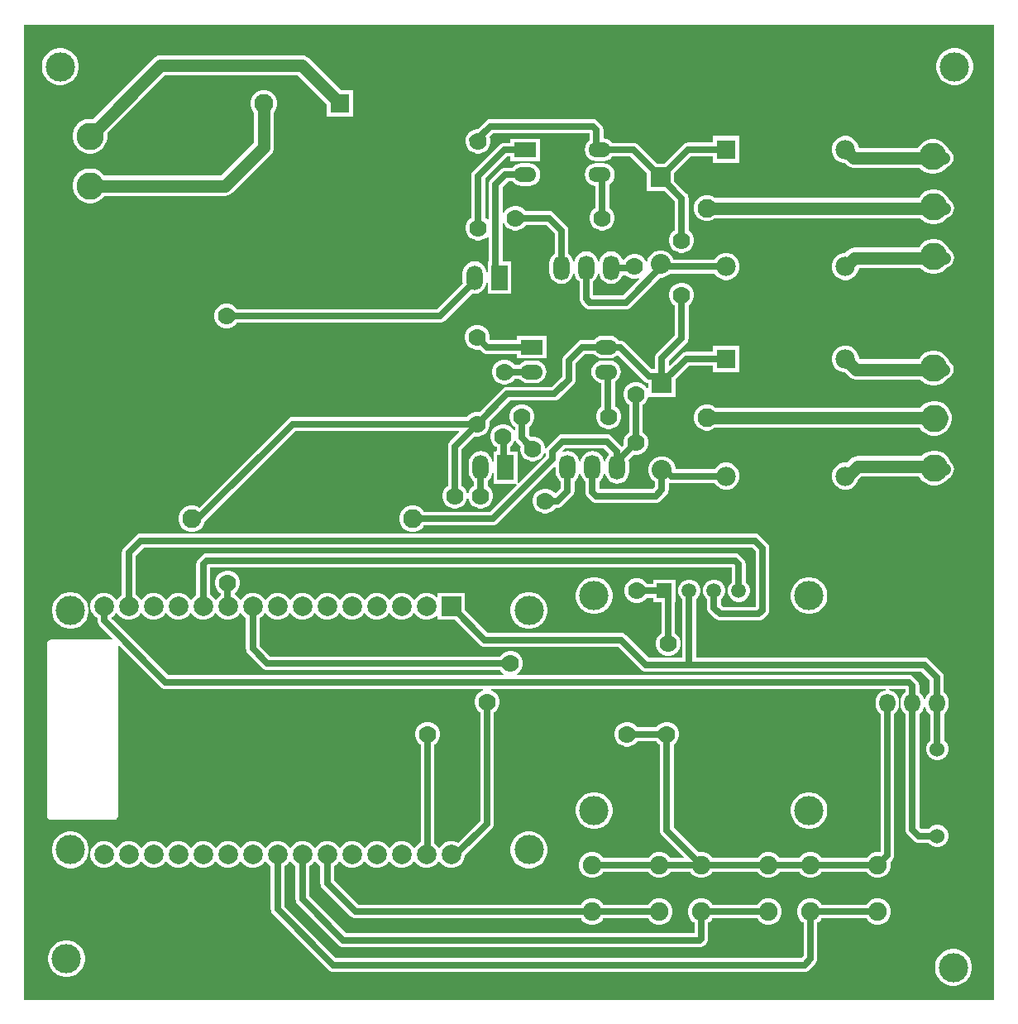
<source format=gbr>
%TF.GenerationSoftware,Altium Limited,Altium Designer,23.10.1 (27)*%
G04 Layer_Physical_Order=2*
G04 Layer_Color=16711680*
%FSLAX26Y26*%
%MOIN*%
%TF.SameCoordinates,68AA919C-6303-421A-99F6-747A19599157*%
%TF.FilePolarity,Positive*%
%TF.FileFunction,Copper,L2,Bot,Signal*%
%TF.Part,Single*%
G01*
G75*
%TA.AperFunction,NonConductor*%
%ADD10C,0.010000*%
%TA.AperFunction,Conductor*%
%ADD11C,0.025000*%
%TA.AperFunction,ComponentPad*%
%ADD12C,0.075000*%
%ADD13R,0.078740X0.078740*%
%ADD14C,0.078740*%
%ADD15C,0.118110*%
%TA.AperFunction,ViaPad*%
%ADD16C,0.070000*%
%TA.AperFunction,ComponentPad*%
%ADD17O,0.065000X0.100000*%
%ADD18R,0.065000X0.100000*%
%ADD19R,0.059370X0.059370*%
%ADD20C,0.059370*%
%ADD21C,0.080000*%
%ADD22R,0.080000X0.080000*%
%ADD23C,0.077953*%
%ADD24C,0.076181*%
%ADD25R,0.077953X0.077953*%
%ADD26O,0.065000X0.075000*%
%ADD27O,0.066000X0.100000*%
%ADD28O,0.090000X0.060000*%
%ADD29R,0.090000X0.060000*%
%ADD30C,0.070000*%
%ADD31C,0.110000*%
%ADD32C,0.076772*%
%ADD33R,0.076772X0.076772*%
%TA.AperFunction,ViaPad*%
%ADD34C,0.118110*%
%ADD35C,0.060000*%
%ADD36C,0.050000*%
%TA.AperFunction,NonConductor*%
%ADD37C,0.025000*%
%TA.AperFunction,Conductor*%
%ADD38C,0.050000*%
G36*
X3910000Y0D02*
X0D01*
Y3930000D01*
X3910000D01*
Y0D01*
D02*
G37*
%LPC*%
G36*
X1120158Y3805345D02*
X1120157Y3805345D01*
X550001D01*
X550000Y3805345D01*
X539558Y3803970D01*
X529827Y3799940D01*
X521472Y3793528D01*
X521471Y3793528D01*
X276940Y3548996D01*
X271894Y3550000D01*
X258106D01*
X244582Y3547310D01*
X231843Y3542033D01*
X220378Y3534373D01*
X210627Y3524622D01*
X202967Y3513157D01*
X197690Y3500418D01*
X195000Y3486894D01*
Y3473106D01*
X197690Y3459582D01*
X202967Y3446843D01*
X210627Y3435378D01*
X220378Y3425627D01*
X231843Y3417967D01*
X244582Y3412690D01*
X258106Y3410000D01*
X271894D01*
X285418Y3412690D01*
X298157Y3417967D01*
X309622Y3425627D01*
X319373Y3435378D01*
X327033Y3446843D01*
X332310Y3459582D01*
X335000Y3473106D01*
Y3486894D01*
X333996Y3491940D01*
X566712Y3724655D01*
X1103446D01*
X1220158Y3607943D01*
Y3558228D01*
X1326930D01*
Y3665000D01*
X1277215D01*
X1148686Y3793528D01*
X1140331Y3799940D01*
X1130600Y3803970D01*
X1120158Y3805345D01*
D02*
G37*
G36*
X3757294Y3834055D02*
X3742706D01*
X3728399Y3831209D01*
X3714922Y3825627D01*
X3702793Y3817522D01*
X3692478Y3807207D01*
X3684373Y3795078D01*
X3678791Y3781601D01*
X3675945Y3767294D01*
Y3752706D01*
X3678791Y3738399D01*
X3684373Y3724922D01*
X3692478Y3712793D01*
X3702793Y3702478D01*
X3714922Y3694373D01*
X3728399Y3688791D01*
X3742706Y3685945D01*
X3757294D01*
X3771601Y3688791D01*
X3785078Y3694373D01*
X3797207Y3702478D01*
X3807522Y3712793D01*
X3815627Y3724922D01*
X3821209Y3738399D01*
X3824055Y3752706D01*
Y3767294D01*
X3821209Y3781601D01*
X3815627Y3795078D01*
X3807522Y3807207D01*
X3797207Y3817522D01*
X3785078Y3825627D01*
X3771601Y3831209D01*
X3757294Y3834055D01*
D02*
G37*
G36*
X152294D02*
X137706D01*
X123399Y3831209D01*
X109922Y3825627D01*
X97793Y3817522D01*
X87478Y3807207D01*
X79373Y3795078D01*
X73791Y3781601D01*
X70945Y3767294D01*
Y3752706D01*
X73791Y3738399D01*
X79373Y3724922D01*
X87478Y3712793D01*
X97793Y3702478D01*
X109922Y3694373D01*
X123399Y3688791D01*
X137706Y3685945D01*
X152294D01*
X166601Y3688791D01*
X180078Y3694373D01*
X192207Y3702478D01*
X202522Y3712793D01*
X210627Y3724922D01*
X216209Y3738399D01*
X219055Y3752706D01*
Y3767294D01*
X216209Y3781601D01*
X210627Y3795078D01*
X202522Y3807207D01*
X192207Y3817522D01*
X180078Y3825627D01*
X166601Y3831209D01*
X152294Y3834055D01*
D02*
G37*
G36*
X2080000Y3470000D02*
X1960000D01*
Y3452737D01*
X1935000D01*
X1927821Y3451792D01*
X1921131Y3449021D01*
X1915387Y3444613D01*
X1810387Y3339613D01*
X1805979Y3333869D01*
X1803208Y3327179D01*
X1802263Y3320000D01*
Y3151721D01*
X1799299Y3150010D01*
X1789990Y3140701D01*
X1783408Y3129299D01*
X1780000Y3116583D01*
Y3103417D01*
X1783408Y3090701D01*
X1789990Y3079299D01*
X1799299Y3069990D01*
X1810701Y3063407D01*
X1823417Y3060000D01*
X1836583D01*
X1849299Y3063407D01*
X1860701Y3069990D01*
X1867263Y3076552D01*
X1872263Y3074481D01*
Y2975000D01*
X1867500D01*
Y2930941D01*
X1862500Y2930614D01*
X1861277Y2939900D01*
X1856491Y2951455D01*
X1848877Y2961377D01*
X1838955Y2968991D01*
X1827400Y2973777D01*
X1815000Y2975410D01*
X1802600Y2973777D01*
X1791045Y2968991D01*
X1781123Y2961377D01*
X1773509Y2951455D01*
X1768723Y2939900D01*
X1767090Y2927500D01*
Y2892500D01*
X1767810Y2887036D01*
X1663511Y2782737D01*
X856721D01*
X855010Y2785701D01*
X845701Y2795010D01*
X834299Y2801593D01*
X821583Y2805000D01*
X808417D01*
X795701Y2801593D01*
X784299Y2795010D01*
X774990Y2785701D01*
X768408Y2774299D01*
X765000Y2761583D01*
Y2748417D01*
X768408Y2735701D01*
X774990Y2724299D01*
X784299Y2714990D01*
X795701Y2708407D01*
X808417Y2705000D01*
X821583D01*
X834299Y2708407D01*
X845701Y2714990D01*
X855010Y2724299D01*
X856721Y2727263D01*
X1675000D01*
X1682179Y2728208D01*
X1688869Y2730979D01*
X1694613Y2735387D01*
X1805118Y2845891D01*
X1815000Y2844590D01*
X1827400Y2846223D01*
X1838955Y2851009D01*
X1848877Y2858623D01*
X1856491Y2868545D01*
X1861277Y2880100D01*
X1862500Y2889386D01*
X1867500Y2889059D01*
Y2845000D01*
X1962500D01*
Y2975000D01*
X1927737D01*
Y3132544D01*
X1932737Y3133202D01*
X1933408Y3130701D01*
X1939990Y3119299D01*
X1949299Y3109990D01*
X1960701Y3103407D01*
X1973417Y3100000D01*
X1986583D01*
X1999299Y3103407D01*
X2010701Y3109990D01*
X2020010Y3119299D01*
X2021721Y3122263D01*
X2103511D01*
X2137263Y3088511D01*
Y3006219D01*
X2130766Y3001234D01*
X2123072Y2991207D01*
X2118235Y2979530D01*
X2116586Y2967000D01*
Y2933000D01*
X2118235Y2920470D01*
X2123072Y2908793D01*
X2130766Y2898766D01*
X2140793Y2891072D01*
X2152470Y2886235D01*
X2165000Y2884586D01*
X2177530Y2886235D01*
X2189207Y2891072D01*
X2199234Y2898766D01*
X2206928Y2908793D01*
X2211765Y2920470D01*
X2212478Y2925892D01*
X2217522D01*
X2218235Y2920470D01*
X2223072Y2908793D01*
X2230766Y2898766D01*
X2237263Y2893781D01*
Y2824645D01*
X2238208Y2817466D01*
X2240979Y2810776D01*
X2245387Y2805032D01*
X2260031Y2790387D01*
X2265776Y2785979D01*
X2272466Y2783208D01*
X2279645Y2782263D01*
X2425000D01*
X2432179Y2783208D01*
X2438869Y2785979D01*
X2444613Y2790387D01*
X2564226Y2910000D01*
X2572241D01*
X2586229Y2913748D01*
X2598771Y2920989D01*
X2604211Y2926429D01*
X2607145Y2926043D01*
X2783530D01*
X2786650Y2920638D01*
X2796700Y2910588D01*
X2809008Y2903482D01*
X2822736Y2899804D01*
X2836948D01*
X2850676Y2903482D01*
X2862984Y2910588D01*
X2873034Y2920638D01*
X2880140Y2932946D01*
X2883818Y2946674D01*
Y2960886D01*
X2880140Y2974614D01*
X2873034Y2986922D01*
X2862984Y2996972D01*
X2850676Y3004078D01*
X2836948Y3007756D01*
X2822736D01*
X2809008Y3004078D01*
X2796700Y2996972D01*
X2786650Y2986922D01*
X2783530Y2981517D01*
X2617514D01*
X2616252Y2986229D01*
X2609011Y2998771D01*
X2598771Y3009011D01*
X2586229Y3016252D01*
X2572241Y3020000D01*
X2557759D01*
X2543771Y3016252D01*
X2531229Y3009011D01*
X2520989Y2998771D01*
X2513748Y2986229D01*
X2511034Y2976099D01*
X2510898Y2976044D01*
X2505761Y2975740D01*
X2500010Y2985701D01*
X2490701Y2995010D01*
X2479299Y3001593D01*
X2466583Y3005000D01*
X2453417D01*
X2440701Y3001593D01*
X2429299Y2995010D01*
X2419990Y2985701D01*
X2416737Y2980066D01*
X2414711Y2979848D01*
X2411301Y2980650D01*
X2406928Y2991207D01*
X2399234Y3001234D01*
X2389207Y3008928D01*
X2377530Y3013765D01*
X2365000Y3015414D01*
X2352470Y3013765D01*
X2340793Y3008928D01*
X2330766Y3001234D01*
X2323072Y2991207D01*
X2318235Y2979530D01*
X2317522Y2974108D01*
X2312478D01*
X2311765Y2979530D01*
X2306928Y2991207D01*
X2299234Y3001234D01*
X2289207Y3008928D01*
X2277530Y3013765D01*
X2265000Y3015414D01*
X2252470Y3013765D01*
X2240793Y3008928D01*
X2230766Y3001234D01*
X2223072Y2991207D01*
X2218235Y2979530D01*
X2217522Y2974108D01*
X2212478D01*
X2211765Y2979530D01*
X2206928Y2991207D01*
X2199234Y3001234D01*
X2192737Y3006219D01*
Y3100000D01*
X2191792Y3107179D01*
X2189021Y3113869D01*
X2184613Y3119613D01*
X2134613Y3169613D01*
X2128869Y3174021D01*
X2122179Y3176792D01*
X2115000Y3177737D01*
X2021721D01*
X2020010Y3180701D01*
X2010701Y3190010D01*
X1999299Y3196593D01*
X1986583Y3200000D01*
X1973417D01*
X1960701Y3196593D01*
X1949299Y3190010D01*
X1939990Y3180701D01*
X1933408Y3169299D01*
X1932737Y3166798D01*
X1927737Y3167456D01*
Y3273511D01*
X1951489Y3297263D01*
X1969562D01*
X1972906Y3292906D01*
X1982306Y3285693D01*
X1993253Y3281158D01*
X2005000Y3279612D01*
X2035000D01*
X2046747Y3281158D01*
X2057694Y3285693D01*
X2067094Y3292906D01*
X2074307Y3302306D01*
X2078842Y3313253D01*
X2080388Y3325000D01*
X2078842Y3336747D01*
X2074307Y3347694D01*
X2067094Y3357094D01*
X2057694Y3364307D01*
X2046747Y3368842D01*
X2035000Y3370388D01*
X2005000D01*
X1993253Y3368842D01*
X1982306Y3364307D01*
X1972906Y3357094D01*
X1969562Y3352737D01*
X1940000D01*
X1932821Y3351792D01*
X1926131Y3349021D01*
X1920387Y3344613D01*
X1880387Y3304613D01*
X1875979Y3298869D01*
X1873208Y3292179D01*
X1872263Y3285000D01*
Y3145519D01*
X1867263Y3143448D01*
X1860701Y3150010D01*
X1857737Y3151721D01*
Y3308511D01*
X1946489Y3397263D01*
X1960000D01*
Y3380000D01*
X2080000D01*
Y3470000D01*
D02*
G37*
G36*
X2292251Y3547737D02*
X1877823D01*
X1870644Y3546792D01*
X1863954Y3544021D01*
X1858210Y3539613D01*
X1828597Y3510000D01*
X1823417D01*
X1810701Y3506593D01*
X1799299Y3500010D01*
X1789990Y3490701D01*
X1787341Y3486113D01*
X1785387Y3484613D01*
X1780979Y3478869D01*
X1778208Y3472179D01*
X1777263Y3465000D01*
X1778208Y3457821D01*
X1780000Y3453494D01*
Y3453417D01*
X1783408Y3440701D01*
X1789990Y3429299D01*
X1799299Y3419990D01*
X1810701Y3413407D01*
X1823417Y3410000D01*
X1836583D01*
X1849299Y3413407D01*
X1860701Y3419990D01*
X1870010Y3429299D01*
X1876592Y3440701D01*
X1880000Y3453417D01*
Y3466583D01*
X1876592Y3479299D01*
X1876503Y3479454D01*
X1889312Y3492263D01*
X2279159D01*
Y3461893D01*
X2272906Y3457094D01*
X2265693Y3447694D01*
X2261158Y3436747D01*
X2259612Y3425000D01*
X2261158Y3413253D01*
X2265693Y3402306D01*
X2272906Y3392906D01*
X2282306Y3385693D01*
X2293253Y3381158D01*
X2305000Y3379612D01*
X2335000D01*
X2346747Y3381158D01*
X2357694Y3385693D01*
X2367094Y3392906D01*
X2370438Y3397263D01*
X2443511D01*
X2510000Y3330774D01*
Y3260000D01*
X2580774D01*
X2622263Y3218511D01*
Y3101721D01*
X2619299Y3100010D01*
X2609990Y3090701D01*
X2603407Y3079299D01*
X2600000Y3066583D01*
Y3053417D01*
X2603407Y3040701D01*
X2609990Y3029299D01*
X2619299Y3019990D01*
X2630701Y3013407D01*
X2643417Y3010000D01*
X2656583D01*
X2669299Y3013407D01*
X2680701Y3019990D01*
X2690010Y3029299D01*
X2696593Y3040701D01*
X2700000Y3053417D01*
Y3066583D01*
X2696593Y3079299D01*
X2690010Y3090701D01*
X2680701Y3100010D01*
X2677737Y3101721D01*
Y3230000D01*
X2676792Y3237179D01*
X2674021Y3243869D01*
X2669613Y3249613D01*
X2620000Y3299226D01*
Y3330774D01*
X2687709Y3398483D01*
X2775866D01*
Y3372244D01*
X2883818D01*
Y3480196D01*
X2775866D01*
Y3453957D01*
X2676220D01*
X2669041Y3453012D01*
X2662351Y3450241D01*
X2656607Y3445833D01*
X2580774Y3370000D01*
X2549226D01*
X2474613Y3444613D01*
X2468869Y3449021D01*
X2462179Y3451792D01*
X2455000Y3452737D01*
X2370438D01*
X2367094Y3457094D01*
X2357694Y3464307D01*
X2346747Y3468842D01*
X2335000Y3470388D01*
X2334633D01*
Y3505355D01*
X2333688Y3512534D01*
X2330917Y3519224D01*
X2326509Y3524969D01*
X2311865Y3539613D01*
X2306120Y3544021D01*
X2299430Y3546792D01*
X2292251Y3547737D01*
D02*
G37*
G36*
X3317264Y3480196D02*
X3303052D01*
X3289324Y3476518D01*
X3277016Y3469412D01*
X3266966Y3459362D01*
X3259860Y3447054D01*
X3256182Y3433326D01*
Y3419114D01*
X3259860Y3405386D01*
X3266966Y3393078D01*
X3277016Y3383028D01*
X3289324Y3375922D01*
X3303052Y3372244D01*
X3307078D01*
X3315229Y3364092D01*
X3315230Y3364092D01*
X3323585Y3357680D01*
X3333316Y3353649D01*
X3343758Y3352275D01*
X3343759Y3352275D01*
X3608730D01*
X3617758Y3343247D01*
X3629223Y3335587D01*
X3641962Y3330310D01*
X3655486Y3327620D01*
X3669274D01*
X3682798Y3330310D01*
X3695537Y3335587D01*
X3707002Y3343247D01*
X3716753Y3352998D01*
X3717856Y3354649D01*
X3725173Y3357680D01*
X3733528Y3364092D01*
X3739940Y3372447D01*
X3743970Y3382178D01*
X3745345Y3392620D01*
X3743970Y3403062D01*
X3739940Y3412793D01*
X3733528Y3421148D01*
X3726013Y3426915D01*
X3724413Y3430777D01*
X3716753Y3442242D01*
X3707002Y3451993D01*
X3695537Y3459653D01*
X3682798Y3464930D01*
X3669274Y3467620D01*
X3655486D01*
X3641962Y3464930D01*
X3629223Y3459653D01*
X3617758Y3451993D01*
X3608007Y3442242D01*
X3601809Y3432965D01*
X3364134D01*
Y3433326D01*
X3360456Y3447054D01*
X3353350Y3459362D01*
X3343300Y3469412D01*
X3330992Y3476518D01*
X3317264Y3480196D01*
D02*
G37*
G36*
X973484Y3665000D02*
X959428D01*
X945850Y3661362D01*
X933676Y3654333D01*
X923737Y3644394D01*
X916708Y3632220D01*
X913070Y3618642D01*
Y3604586D01*
X916708Y3591008D01*
X923737Y3578834D01*
X926111Y3576460D01*
Y3453168D01*
X793288Y3320345D01*
X322231D01*
X319373Y3324622D01*
X309622Y3334373D01*
X298157Y3342033D01*
X285418Y3347310D01*
X271894Y3350000D01*
X258106D01*
X244582Y3347310D01*
X231843Y3342033D01*
X220378Y3334373D01*
X210627Y3324622D01*
X202967Y3313157D01*
X197690Y3300418D01*
X195000Y3286894D01*
Y3273106D01*
X197690Y3259582D01*
X202967Y3246843D01*
X210627Y3235378D01*
X220378Y3225627D01*
X231843Y3217967D01*
X244582Y3212690D01*
X258106Y3210000D01*
X271894D01*
X285418Y3212690D01*
X298157Y3217967D01*
X309622Y3225627D01*
X319373Y3235378D01*
X322231Y3239655D01*
X809999D01*
X810000Y3239655D01*
X820442Y3241030D01*
X830173Y3245060D01*
X838528Y3251472D01*
X994984Y3407928D01*
X1001396Y3416283D01*
X1005427Y3426014D01*
X1006801Y3436456D01*
X1006801Y3436457D01*
Y3576460D01*
X1009175Y3578834D01*
X1016204Y3591008D01*
X1019842Y3604586D01*
Y3618642D01*
X1016204Y3632220D01*
X1009175Y3644394D01*
X999236Y3654333D01*
X987062Y3661362D01*
X973484Y3665000D01*
D02*
G37*
G36*
X3671894Y3265000D02*
X3658106D01*
X3644582Y3262310D01*
X3631843Y3257033D01*
X3620378Y3249373D01*
X3610627Y3239622D01*
X3604429Y3230345D01*
X2785838D01*
X2783700Y3232483D01*
X2771594Y3239472D01*
X2758091Y3243090D01*
X2744113D01*
X2730610Y3239472D01*
X2718504Y3232483D01*
X2708619Y3222598D01*
X2701630Y3210492D01*
X2698012Y3196990D01*
Y3183010D01*
X2701630Y3169508D01*
X2708619Y3157402D01*
X2718504Y3147517D01*
X2730610Y3140528D01*
X2744113Y3136910D01*
X2758091D01*
X2771594Y3140528D01*
X2783700Y3147517D01*
X2785838Y3149655D01*
X3611350D01*
X3620378Y3140627D01*
X3631843Y3132967D01*
X3644582Y3127690D01*
X3658106Y3125000D01*
X3671894D01*
X3685418Y3127690D01*
X3698157Y3132967D01*
X3709622Y3140627D01*
X3719373Y3150378D01*
X3720476Y3152030D01*
X3727793Y3155060D01*
X3736148Y3161472D01*
X3742560Y3169827D01*
X3746590Y3179558D01*
X3747965Y3190000D01*
X3746590Y3200442D01*
X3742560Y3210173D01*
X3736148Y3218528D01*
X3728633Y3224295D01*
X3727033Y3228157D01*
X3719373Y3239622D01*
X3709622Y3249373D01*
X3698157Y3257033D01*
X3685418Y3262310D01*
X3671894Y3265000D01*
D02*
G37*
G36*
X2335000Y3370388D02*
X2305000D01*
X2293253Y3368842D01*
X2282306Y3364307D01*
X2272906Y3357094D01*
X2265693Y3347694D01*
X2261158Y3336747D01*
X2259612Y3325000D01*
X2261158Y3313253D01*
X2265693Y3302306D01*
X2272906Y3292906D01*
X2282306Y3285693D01*
X2293253Y3281158D01*
X2302263Y3279972D01*
Y3191721D01*
X2299299Y3190010D01*
X2289990Y3180701D01*
X2283407Y3169299D01*
X2280000Y3156583D01*
Y3143417D01*
X2283407Y3130701D01*
X2289990Y3119299D01*
X2299299Y3109990D01*
X2310701Y3103407D01*
X2323417Y3100000D01*
X2336583D01*
X2349299Y3103407D01*
X2360701Y3109990D01*
X2370010Y3119299D01*
X2376593Y3130701D01*
X2380000Y3143417D01*
Y3156583D01*
X2376593Y3169299D01*
X2370010Y3180701D01*
X2360701Y3190010D01*
X2357737Y3191721D01*
Y3285726D01*
X2367094Y3292906D01*
X2374307Y3302306D01*
X2378842Y3313253D01*
X2380388Y3325000D01*
X2378842Y3336747D01*
X2374307Y3347694D01*
X2367094Y3357094D01*
X2357694Y3364307D01*
X2346747Y3368842D01*
X2335000Y3370388D01*
D02*
G37*
G36*
X3671894Y3065000D02*
X3658106D01*
X3644582Y3062310D01*
X3631843Y3057033D01*
X3620378Y3049373D01*
X3610627Y3039622D01*
X3604429Y3030345D01*
X3346378D01*
X3335936Y3028970D01*
X3326205Y3024940D01*
X3317850Y3018528D01*
X3307078Y3007756D01*
X3303052D01*
X3289324Y3004078D01*
X3277016Y2996972D01*
X3266966Y2986922D01*
X3259860Y2974614D01*
X3256182Y2960886D01*
Y2946674D01*
X3259860Y2932946D01*
X3266966Y2920638D01*
X3277016Y2910588D01*
X3289324Y2903482D01*
X3303052Y2899804D01*
X3317264D01*
X3330992Y2903482D01*
X3343300Y2910588D01*
X3353350Y2920638D01*
X3360456Y2932946D01*
X3364134Y2946674D01*
Y2949655D01*
X3611350D01*
X3620378Y2940627D01*
X3631843Y2932967D01*
X3644582Y2927690D01*
X3658106Y2925000D01*
X3671894D01*
X3685418Y2927690D01*
X3698157Y2932967D01*
X3709622Y2940627D01*
X3719373Y2950378D01*
X3720476Y2952030D01*
X3727793Y2955060D01*
X3736148Y2961472D01*
X3742560Y2969827D01*
X3746590Y2979558D01*
X3747965Y2990000D01*
X3746590Y3000442D01*
X3742560Y3010173D01*
X3736148Y3018528D01*
X3728633Y3024295D01*
X3727033Y3028157D01*
X3719373Y3039622D01*
X3709622Y3049373D01*
X3698157Y3057033D01*
X3685418Y3062310D01*
X3671894Y3065000D01*
D02*
G37*
G36*
X1831583Y2720000D02*
X1818417D01*
X1805701Y2716593D01*
X1794299Y2710010D01*
X1784990Y2700701D01*
X1778408Y2689299D01*
X1775000Y2676583D01*
Y2663417D01*
X1778408Y2650701D01*
X1784990Y2639299D01*
X1794299Y2629990D01*
X1805701Y2623407D01*
X1818417Y2620000D01*
X1831583D01*
X1834888Y2620886D01*
X1845387Y2610387D01*
X1851131Y2605979D01*
X1857821Y2603208D01*
X1865000Y2602263D01*
X1985000D01*
Y2585000D01*
X2105000D01*
Y2675000D01*
X1985000D01*
Y2657737D01*
X1878115D01*
X1874609Y2661959D01*
X1875000Y2663417D01*
Y2676583D01*
X1871592Y2689299D01*
X1865010Y2700701D01*
X1855701Y2710010D01*
X1844299Y2716593D01*
X1831583Y2720000D01*
D02*
G37*
G36*
X2656583Y2890000D02*
X2643417D01*
X2630701Y2886593D01*
X2619299Y2880010D01*
X2609990Y2870701D01*
X2603407Y2859299D01*
X2600000Y2846583D01*
Y2833417D01*
X2603407Y2820701D01*
X2609990Y2809299D01*
X2619299Y2799990D01*
X2622263Y2798279D01*
Y2676489D01*
X2550387Y2604613D01*
X2545979Y2598869D01*
X2543208Y2592179D01*
X2542263Y2585000D01*
Y2540237D01*
X2528989D01*
X2422343Y2646883D01*
X2416598Y2651291D01*
X2409909Y2654062D01*
X2402730Y2655008D01*
X2397532D01*
X2392094Y2662094D01*
X2382694Y2669307D01*
X2371747Y2673842D01*
X2360000Y2675388D01*
X2330000D01*
X2318253Y2673842D01*
X2307306Y2669307D01*
X2297906Y2662094D01*
X2294562Y2657737D01*
X2250000D01*
X2242821Y2656792D01*
X2236131Y2654021D01*
X2230387Y2649613D01*
X2175387Y2594613D01*
X2170979Y2588869D01*
X2168208Y2582179D01*
X2167263Y2575000D01*
Y2511489D01*
X2125511Y2469737D01*
X1947000D01*
X1939821Y2468792D01*
X1933131Y2466021D01*
X1927387Y2461613D01*
X1834888Y2369114D01*
X1831583Y2370000D01*
X1818417D01*
X1805701Y2366593D01*
X1794299Y2360010D01*
X1784990Y2350701D01*
X1783279Y2347737D01*
X1081890D01*
X1074711Y2346792D01*
X1068021Y2344021D01*
X1062277Y2339613D01*
X705280Y1982617D01*
X695724Y1988134D01*
X682146Y1991772D01*
X668090D01*
X654512Y1988134D01*
X642338Y1981105D01*
X632399Y1971166D01*
X625370Y1958992D01*
X621732Y1945414D01*
Y1931358D01*
X625370Y1917780D01*
X632399Y1905606D01*
X642338Y1895667D01*
X654512Y1888638D01*
X668090Y1885000D01*
X682146D01*
X695724Y1888638D01*
X707898Y1895667D01*
X717837Y1905606D01*
X724866Y1917780D01*
X727051Y1925934D01*
X1093379Y2292263D01*
X1751503D01*
X1753417Y2287643D01*
X1715387Y2249613D01*
X1710979Y2243869D01*
X1708208Y2237179D01*
X1707263Y2230000D01*
Y2071721D01*
X1704299Y2070010D01*
X1694990Y2060701D01*
X1688408Y2049299D01*
X1685000Y2036583D01*
Y2023417D01*
X1688408Y2010701D01*
X1694990Y1999299D01*
X1704299Y1989990D01*
X1715701Y1983408D01*
X1728417Y1980000D01*
X1741583D01*
X1754299Y1983408D01*
X1765701Y1989990D01*
X1775010Y1999299D01*
X1781592Y2010701D01*
X1785000Y2023417D01*
Y2036583D01*
X1781592Y2049299D01*
X1775010Y2060701D01*
X1765701Y2070010D01*
X1762737Y2071721D01*
Y2218511D01*
X1815112Y2270886D01*
X1818417Y2270000D01*
X1831583D01*
X1844299Y2273407D01*
X1855701Y2279990D01*
X1865010Y2289299D01*
X1871592Y2300701D01*
X1875000Y2313417D01*
Y2326583D01*
X1874114Y2329888D01*
X1958489Y2414263D01*
X2137000D01*
X2144179Y2415208D01*
X2150869Y2417979D01*
X2156613Y2422387D01*
X2214613Y2480387D01*
X2219021Y2486131D01*
X2221792Y2492821D01*
X2222737Y2500000D01*
Y2563511D01*
X2261489Y2602263D01*
X2294562D01*
X2297906Y2597906D01*
X2307306Y2590693D01*
X2318253Y2586158D01*
X2330000Y2584612D01*
X2360000D01*
X2371747Y2586158D01*
X2382694Y2590693D01*
X2392094Y2597906D01*
X2392820Y2597953D01*
X2497887Y2492887D01*
X2503631Y2488479D01*
X2510321Y2485708D01*
X2515000Y2485092D01*
Y2463397D01*
X2510000Y2462058D01*
X2505010Y2470701D01*
X2495701Y2480010D01*
X2484299Y2486593D01*
X2471583Y2490000D01*
X2458417D01*
X2445701Y2486593D01*
X2434299Y2480010D01*
X2424990Y2470701D01*
X2418407Y2459299D01*
X2415000Y2446583D01*
Y2433417D01*
X2418407Y2420701D01*
X2424990Y2409299D01*
X2434299Y2399990D01*
X2437263Y2398279D01*
Y2286721D01*
X2434299Y2285010D01*
X2424990Y2275701D01*
X2418407Y2264299D01*
X2415000Y2251583D01*
Y2238417D01*
X2415886Y2235112D01*
X2409000Y2228226D01*
X2367613Y2269613D01*
X2361869Y2274021D01*
X2355179Y2276792D01*
X2348000Y2277737D01*
X2170000D01*
X2162821Y2276792D01*
X2156131Y2274021D01*
X2150387Y2269613D01*
X2109887Y2229113D01*
X2105479Y2223369D01*
X2105000Y2222213D01*
X2100000Y2223207D01*
Y2226583D01*
X2096593Y2239299D01*
X2090010Y2250701D01*
X2080701Y2260010D01*
X2069299Y2266593D01*
X2056583Y2270000D01*
X2043417D01*
X2040112Y2269114D01*
X2034003Y2275224D01*
Y2309010D01*
X2035701Y2309990D01*
X2045010Y2319299D01*
X2051593Y2330701D01*
X2055000Y2343417D01*
Y2356583D01*
X2051593Y2369299D01*
X2045010Y2380701D01*
X2035701Y2390010D01*
X2024299Y2396593D01*
X2011583Y2400000D01*
X1998417D01*
X1985701Y2396593D01*
X1974299Y2390010D01*
X1964990Y2380701D01*
X1958408Y2369299D01*
X1955000Y2356583D01*
Y2343417D01*
X1958408Y2330701D01*
X1964990Y2319299D01*
X1974299Y2309990D01*
X1978528Y2307549D01*
Y2295947D01*
X1973528Y2294607D01*
X1970010Y2300701D01*
X1960701Y2310010D01*
X1949299Y2316593D01*
X1936583Y2320000D01*
X1923417D01*
X1910701Y2316593D01*
X1899299Y2310010D01*
X1889990Y2300701D01*
X1883408Y2289299D01*
X1880000Y2276583D01*
Y2263417D01*
X1883408Y2250701D01*
X1889990Y2239299D01*
X1899299Y2229990D01*
X1904019Y2227265D01*
X1904588Y2213608D01*
X1901127Y2210000D01*
X1892500D01*
Y2165941D01*
X1887500Y2165614D01*
X1886277Y2174900D01*
X1881491Y2186455D01*
X1873877Y2196377D01*
X1863955Y2203991D01*
X1852400Y2208777D01*
X1840000Y2210410D01*
X1827600Y2208777D01*
X1816045Y2203991D01*
X1806123Y2196377D01*
X1798509Y2186455D01*
X1793723Y2174900D01*
X1792090Y2162500D01*
Y2127500D01*
X1793723Y2115100D01*
X1798509Y2103545D01*
X1806123Y2093623D01*
X1812263Y2088911D01*
Y2071721D01*
X1809299Y2070010D01*
X1799990Y2060701D01*
X1793408Y2049299D01*
X1790000Y2036583D01*
Y2023417D01*
X1793408Y2010701D01*
X1799990Y1999299D01*
X1809299Y1989990D01*
X1820701Y1983408D01*
X1833417Y1980000D01*
X1846583D01*
X1859299Y1983408D01*
X1870701Y1989990D01*
X1880010Y1999299D01*
X1886592Y2010701D01*
X1890000Y2023417D01*
Y2036583D01*
X1886592Y2049299D01*
X1880010Y2060701D01*
X1870701Y2070010D01*
X1867737Y2071721D01*
Y2088911D01*
X1873877Y2093623D01*
X1881491Y2103545D01*
X1886277Y2115100D01*
X1887500Y2124386D01*
X1892500Y2124059D01*
Y2080000D01*
X1983703D01*
X1985774Y2075000D01*
X1876897Y1966123D01*
X1610513D01*
X1607601Y1971166D01*
X1597662Y1981105D01*
X1585488Y1988134D01*
X1571910Y1991772D01*
X1557854D01*
X1544276Y1988134D01*
X1532102Y1981105D01*
X1522163Y1971166D01*
X1515134Y1958992D01*
X1511496Y1945414D01*
Y1931358D01*
X1515134Y1917780D01*
X1522163Y1905606D01*
X1532102Y1895667D01*
X1544276Y1888638D01*
X1557854Y1885000D01*
X1571910D01*
X1585488Y1888638D01*
X1597662Y1895667D01*
X1607601Y1905606D01*
X1610513Y1910649D01*
X1888386D01*
X1895565Y1911594D01*
X1902255Y1914365D01*
X1907999Y1918773D01*
X2136966Y2147740D01*
X2141586Y2145827D01*
Y2128000D01*
X2143235Y2115470D01*
X2148072Y2103793D01*
X2155766Y2093766D01*
X2162263Y2088781D01*
Y2061489D01*
X2143974Y2043201D01*
X2137206Y2043504D01*
X2130701Y2050010D01*
X2119299Y2056593D01*
X2106583Y2060000D01*
X2093417D01*
X2080701Y2056593D01*
X2069299Y2050010D01*
X2059990Y2040701D01*
X2053407Y2029299D01*
X2050000Y2016583D01*
Y2003417D01*
X2053407Y1990701D01*
X2059990Y1979299D01*
X2069299Y1969990D01*
X2080701Y1963408D01*
X2093417Y1960000D01*
X2106583D01*
X2119299Y1963408D01*
X2130701Y1969990D01*
X2140010Y1979299D01*
X2141721Y1982263D01*
X2150000D01*
X2157179Y1983208D01*
X2163869Y1985979D01*
X2169613Y1990387D01*
X2209613Y2030387D01*
X2214021Y2036131D01*
X2216792Y2042821D01*
X2217737Y2050000D01*
Y2088781D01*
X2224234Y2093766D01*
X2231928Y2103793D01*
X2236765Y2115470D01*
X2237478Y2120892D01*
X2242522D01*
X2243235Y2115470D01*
X2248072Y2103793D01*
X2255766Y2093766D01*
X2262263Y2088781D01*
Y2044645D01*
X2263208Y2037466D01*
X2265979Y2030776D01*
X2270387Y2025032D01*
X2285031Y2010387D01*
X2290776Y2005979D01*
X2297466Y2003208D01*
X2304645Y2002263D01*
X2545000D01*
X2552179Y2003208D01*
X2558869Y2005979D01*
X2564613Y2010387D01*
X2589613Y2035387D01*
X2594021Y2041131D01*
X2596792Y2047821D01*
X2597737Y2055000D01*
Y2080765D01*
X2601895Y2083543D01*
X2602704Y2083208D01*
X2609883Y2082263D01*
X2783530D01*
X2786650Y2076858D01*
X2796700Y2066808D01*
X2809008Y2059702D01*
X2822736Y2056024D01*
X2836948D01*
X2850676Y2059702D01*
X2862984Y2066808D01*
X2873034Y2076858D01*
X2880140Y2089166D01*
X2883818Y2102894D01*
Y2117106D01*
X2880140Y2130834D01*
X2873034Y2143142D01*
X2862984Y2153192D01*
X2850676Y2160298D01*
X2836948Y2163976D01*
X2822736D01*
X2809008Y2160298D01*
X2796700Y2153192D01*
X2786650Y2143142D01*
X2783530Y2137737D01*
X2625000D01*
Y2142241D01*
X2621252Y2156229D01*
X2614011Y2168771D01*
X2603771Y2179011D01*
X2591229Y2186252D01*
X2577241Y2190000D01*
X2562759D01*
X2548771Y2186252D01*
X2536229Y2179011D01*
X2525989Y2168771D01*
X2518748Y2156229D01*
X2515000Y2142241D01*
Y2127759D01*
X2518748Y2113771D01*
X2525989Y2101229D01*
X2536229Y2090989D01*
X2542263Y2087506D01*
Y2066489D01*
X2533511Y2057737D01*
X2317737D01*
Y2088781D01*
X2324234Y2093766D01*
X2331928Y2103793D01*
X2336765Y2115470D01*
X2337478Y2120892D01*
X2342522D01*
X2343235Y2115470D01*
X2348072Y2103793D01*
X2355766Y2093766D01*
X2365793Y2086072D01*
X2377470Y2081235D01*
X2390000Y2079586D01*
X2402530Y2081235D01*
X2414207Y2086072D01*
X2424234Y2093766D01*
X2431928Y2103793D01*
X2436765Y2115470D01*
X2438414Y2128000D01*
Y2162000D01*
X2436765Y2174530D01*
X2435884Y2176657D01*
X2455112Y2195886D01*
X2458417Y2195000D01*
X2471583D01*
X2484299Y2198407D01*
X2495701Y2204990D01*
X2505010Y2214299D01*
X2511593Y2225701D01*
X2515000Y2238417D01*
Y2251583D01*
X2511593Y2264299D01*
X2505010Y2275701D01*
X2495701Y2285010D01*
X2492737Y2286721D01*
Y2398279D01*
X2495701Y2399990D01*
X2505010Y2409299D01*
X2511593Y2420701D01*
X2512925Y2425675D01*
X2515000Y2430000D01*
Y2430000D01*
X2515000Y2430000D01*
X2625000D01*
Y2500774D01*
X2678929Y2554703D01*
X2775866D01*
Y2528464D01*
X2883818D01*
Y2636416D01*
X2775866D01*
Y2610177D01*
X2667440D01*
X2660261Y2609232D01*
X2653571Y2606461D01*
X2647827Y2602053D01*
X2602357Y2556583D01*
X2597737Y2558497D01*
Y2573511D01*
X2669613Y2645387D01*
X2674021Y2651131D01*
X2676792Y2657821D01*
X2677737Y2665000D01*
Y2798279D01*
X2680701Y2799990D01*
X2690010Y2809299D01*
X2696593Y2820701D01*
X2700000Y2833417D01*
Y2846583D01*
X2696593Y2859299D01*
X2690010Y2870701D01*
X2680701Y2880010D01*
X2669299Y2886593D01*
X2656583Y2890000D01*
D02*
G37*
G36*
X1941583Y2580000D02*
X1928417D01*
X1915701Y2576593D01*
X1904299Y2570010D01*
X1894990Y2560701D01*
X1888408Y2549299D01*
X1885000Y2536583D01*
Y2523417D01*
X1888408Y2510701D01*
X1894990Y2499299D01*
X1904299Y2489990D01*
X1915701Y2483407D01*
X1928417Y2480000D01*
X1941583D01*
X1954299Y2483407D01*
X1965701Y2489990D01*
X1975010Y2499299D01*
X1976721Y2502263D01*
X1994562D01*
X1997906Y2497906D01*
X2007306Y2490693D01*
X2018253Y2486158D01*
X2030000Y2484612D01*
X2060000D01*
X2071747Y2486158D01*
X2082694Y2490693D01*
X2092094Y2497906D01*
X2099307Y2507306D01*
X2103842Y2518253D01*
X2105388Y2530000D01*
X2103842Y2541747D01*
X2099307Y2552694D01*
X2092094Y2562094D01*
X2082694Y2569307D01*
X2071747Y2573842D01*
X2060000Y2575388D01*
X2030000D01*
X2018253Y2573842D01*
X2007306Y2569307D01*
X1997906Y2562094D01*
X1994562Y2557737D01*
X1976721D01*
X1975010Y2560701D01*
X1965701Y2570010D01*
X1954299Y2576593D01*
X1941583Y2580000D01*
D02*
G37*
G36*
X3317264Y2636416D02*
X3303052D01*
X3289324Y2632738D01*
X3277016Y2625632D01*
X3266966Y2615582D01*
X3259860Y2603274D01*
X3256182Y2589546D01*
Y2575334D01*
X3259860Y2561606D01*
X3266966Y2549298D01*
X3277016Y2539248D01*
X3289324Y2532142D01*
X3303052Y2528464D01*
X3307078D01*
X3324069Y2511472D01*
X3324070Y2511472D01*
X3332425Y2505060D01*
X3342156Y2501030D01*
X3352598Y2499655D01*
X3611350D01*
X3620378Y2490627D01*
X3631843Y2482967D01*
X3644582Y2477690D01*
X3658106Y2475000D01*
X3671894D01*
X3685418Y2477690D01*
X3698157Y2482967D01*
X3709622Y2490627D01*
X3719373Y2500378D01*
X3721479Y2503530D01*
X3725173Y2505060D01*
X3733528Y2511472D01*
X3739940Y2519827D01*
X3743970Y2529558D01*
X3745345Y2540000D01*
X3743970Y2550442D01*
X3739940Y2560173D01*
X3733528Y2568528D01*
X3729854Y2571348D01*
X3727033Y2578157D01*
X3719373Y2589622D01*
X3709622Y2599373D01*
X3698157Y2607033D01*
X3685418Y2612310D01*
X3671894Y2615000D01*
X3658106D01*
X3644582Y2612310D01*
X3631843Y2607033D01*
X3620378Y2599373D01*
X3610627Y2589622D01*
X3604429Y2580345D01*
X3369309D01*
X3364134Y2585520D01*
Y2589546D01*
X3360456Y2603274D01*
X3353350Y2615582D01*
X3343300Y2625632D01*
X3330992Y2632738D01*
X3317264Y2636416D01*
D02*
G37*
G36*
X3674514Y2412380D02*
X3660726D01*
X3647202Y2409690D01*
X3634463Y2404413D01*
X3622998Y2396753D01*
X3613247Y2387002D01*
X3612742Y2386247D01*
X2786157D01*
X2783700Y2388703D01*
X2771594Y2395693D01*
X2758091Y2399311D01*
X2744113D01*
X2730610Y2395693D01*
X2718504Y2388703D01*
X2708619Y2378818D01*
X2701630Y2366712D01*
X2698012Y2353209D01*
Y2339231D01*
X2701630Y2325728D01*
X2708619Y2313622D01*
X2718504Y2303737D01*
X2730610Y2296747D01*
X2744113Y2293130D01*
X2758091D01*
X2771594Y2296747D01*
X2783700Y2303737D01*
X2785519Y2305556D01*
X3608037D01*
X3613247Y2297758D01*
X3622998Y2288007D01*
X3634463Y2280347D01*
X3647202Y2275070D01*
X3660726Y2272380D01*
X3674514D01*
X3688038Y2275070D01*
X3700777Y2280347D01*
X3712242Y2288007D01*
X3721993Y2297758D01*
X3729653Y2309223D01*
X3734930Y2321962D01*
X3737195Y2333349D01*
X3738069Y2335459D01*
X3739444Y2345901D01*
X3738069Y2356343D01*
X3734039Y2366074D01*
X3733027Y2367392D01*
X3729653Y2375537D01*
X3721993Y2387002D01*
X3712242Y2396753D01*
X3700777Y2404413D01*
X3688038Y2409690D01*
X3674514Y2412380D01*
D02*
G37*
G36*
X2360000Y2575388D02*
X2330000D01*
X2318253Y2573842D01*
X2307306Y2569307D01*
X2297906Y2562094D01*
X2290693Y2552694D01*
X2286158Y2541747D01*
X2284612Y2530000D01*
X2286158Y2518253D01*
X2290693Y2507306D01*
X2297906Y2497906D01*
X2307306Y2490693D01*
X2318253Y2486158D01*
X2325358Y2485223D01*
Y2390621D01*
X2324299Y2390010D01*
X2314990Y2380701D01*
X2308407Y2369299D01*
X2305000Y2356583D01*
Y2343417D01*
X2308407Y2330701D01*
X2314990Y2319299D01*
X2324299Y2309990D01*
X2335701Y2303407D01*
X2348417Y2300000D01*
X2361583D01*
X2374299Y2303407D01*
X2385701Y2309990D01*
X2395010Y2319299D01*
X2401593Y2330701D01*
X2405000Y2343417D01*
Y2356583D01*
X2401593Y2369299D01*
X2395010Y2380701D01*
X2385701Y2390010D01*
X2380832Y2392821D01*
Y2489921D01*
X2382694Y2490693D01*
X2392094Y2497906D01*
X2399307Y2507306D01*
X2403842Y2518253D01*
X2405388Y2530000D01*
X2403842Y2541747D01*
X2399307Y2552694D01*
X2392094Y2562094D01*
X2382694Y2569307D01*
X2371747Y2573842D01*
X2360000Y2575388D01*
D02*
G37*
G36*
X3674514Y2212380D02*
X3660726D01*
X3647202Y2209690D01*
X3634463Y2204413D01*
X3622998Y2196753D01*
X3616590Y2190345D01*
X3357722D01*
X3347280Y2188970D01*
X3337549Y2184940D01*
X3329194Y2178528D01*
X3329193Y2178528D01*
X3314642Y2163976D01*
X3303052D01*
X3289324Y2160298D01*
X3277016Y2153192D01*
X3266966Y2143142D01*
X3259860Y2130834D01*
X3256182Y2117106D01*
Y2102894D01*
X3259860Y2089166D01*
X3266966Y2076858D01*
X3277016Y2066808D01*
X3289324Y2059702D01*
X3303052Y2056024D01*
X3317264D01*
X3330992Y2059702D01*
X3343300Y2066808D01*
X3353350Y2076858D01*
X3360456Y2089166D01*
X3362839Y2098061D01*
X3374434Y2109655D01*
X3605408D01*
X3605587Y2109223D01*
X3613247Y2097758D01*
X3622998Y2088007D01*
X3634463Y2080347D01*
X3647202Y2075070D01*
X3660726Y2072380D01*
X3674514D01*
X3688038Y2075070D01*
X3700777Y2080347D01*
X3712242Y2088007D01*
X3721993Y2097758D01*
X3724099Y2100910D01*
X3727793Y2102440D01*
X3736148Y2108852D01*
X3742560Y2117207D01*
X3746590Y2126938D01*
X3747965Y2137380D01*
X3746590Y2147822D01*
X3742560Y2157553D01*
X3736148Y2165908D01*
X3732474Y2168728D01*
X3729653Y2175537D01*
X3721993Y2187002D01*
X3712242Y2196753D01*
X3700777Y2204413D01*
X3688038Y2209690D01*
X3674514Y2212380D01*
D02*
G37*
G36*
X2945000Y1877737D02*
X470000D01*
X462821Y1876792D01*
X456132Y1874021D01*
X450387Y1869613D01*
X401213Y1820439D01*
X396805Y1814695D01*
X394034Y1808005D01*
X393089Y1800826D01*
Y1631767D01*
X387442Y1628507D01*
X377319Y1618384D01*
X373326Y1611468D01*
X368326D01*
X364333Y1618384D01*
X354210Y1628507D01*
X341812Y1635665D01*
X327984Y1639370D01*
X313668D01*
X299840Y1635665D01*
X287442Y1628507D01*
X277319Y1618384D01*
X270161Y1605986D01*
X266456Y1592158D01*
Y1577842D01*
X270161Y1564014D01*
X277319Y1551616D01*
X287442Y1541493D01*
X294531Y1537400D01*
Y1527732D01*
X295476Y1520553D01*
X298247Y1513863D01*
X302655Y1508119D01*
X355073Y1455701D01*
X353159Y1451081D01*
X107047D01*
X101195Y1449917D01*
X96233Y1446602D01*
X92918Y1441640D01*
X91753Y1435787D01*
Y739331D01*
X92918Y733478D01*
X96233Y728516D01*
X101195Y725201D01*
X107047Y724037D01*
X362559D01*
X368412Y725201D01*
X373373Y728516D01*
X376689Y733478D01*
X377853Y739331D01*
Y1426388D01*
X382472Y1428301D01*
X550387Y1260387D01*
X556131Y1255979D01*
X562821Y1253208D01*
X570000Y1252263D01*
X1847543D01*
X1848202Y1247263D01*
X1845701Y1246592D01*
X1834299Y1240010D01*
X1824990Y1230701D01*
X1818408Y1219299D01*
X1815000Y1206583D01*
Y1193417D01*
X1818408Y1180701D01*
X1824990Y1169299D01*
X1834299Y1159990D01*
X1837263Y1158279D01*
Y721489D01*
X1747915Y632141D01*
X1741812Y635665D01*
X1727984Y639370D01*
X1713668D01*
X1699840Y635665D01*
X1687442Y628507D01*
X1677319Y618384D01*
X1673326Y611468D01*
X1668326D01*
X1664333Y618384D01*
X1654210Y628507D01*
X1652737Y629357D01*
Y1028279D01*
X1655701Y1029990D01*
X1665010Y1039299D01*
X1671592Y1050701D01*
X1675000Y1063417D01*
Y1076583D01*
X1671592Y1089299D01*
X1665010Y1100701D01*
X1655701Y1110010D01*
X1644299Y1116592D01*
X1631583Y1120000D01*
X1618417D01*
X1605701Y1116592D01*
X1594299Y1110010D01*
X1584990Y1100701D01*
X1578408Y1089299D01*
X1575000Y1076583D01*
Y1063417D01*
X1578408Y1050701D01*
X1584990Y1039299D01*
X1594299Y1029990D01*
X1597263Y1028279D01*
Y634177D01*
X1587442Y628507D01*
X1577319Y618384D01*
X1573326Y611468D01*
X1568326D01*
X1564333Y618384D01*
X1554210Y628507D01*
X1541812Y635665D01*
X1527984Y639370D01*
X1513668D01*
X1499840Y635665D01*
X1487442Y628507D01*
X1477319Y618384D01*
X1473326Y611468D01*
X1468326D01*
X1464333Y618384D01*
X1454210Y628507D01*
X1441812Y635665D01*
X1427984Y639370D01*
X1413668D01*
X1399840Y635665D01*
X1387442Y628507D01*
X1377319Y618384D01*
X1373326Y611468D01*
X1368326D01*
X1364333Y618384D01*
X1354210Y628507D01*
X1341812Y635665D01*
X1327984Y639370D01*
X1313668D01*
X1299840Y635665D01*
X1287442Y628507D01*
X1277319Y618384D01*
X1273326Y611468D01*
X1268326D01*
X1264333Y618384D01*
X1254210Y628507D01*
X1241812Y635665D01*
X1227984Y639370D01*
X1213668D01*
X1199840Y635665D01*
X1187442Y628507D01*
X1177319Y618384D01*
X1173326Y611468D01*
X1168326D01*
X1164333Y618384D01*
X1154210Y628507D01*
X1141812Y635665D01*
X1127984Y639370D01*
X1113668D01*
X1099840Y635665D01*
X1087442Y628507D01*
X1077319Y618384D01*
X1073326Y611468D01*
X1068326D01*
X1064333Y618384D01*
X1054210Y628507D01*
X1041812Y635665D01*
X1027984Y639370D01*
X1013668D01*
X999840Y635665D01*
X987442Y628507D01*
X977319Y618384D01*
X973326Y611468D01*
X968326D01*
X964333Y618384D01*
X954210Y628507D01*
X941812Y635665D01*
X927984Y639370D01*
X913668D01*
X899840Y635665D01*
X887442Y628507D01*
X877319Y618384D01*
X873326Y611468D01*
X868326D01*
X864333Y618384D01*
X854210Y628507D01*
X841812Y635665D01*
X827984Y639370D01*
X813668D01*
X799840Y635665D01*
X787442Y628507D01*
X777319Y618384D01*
X773326Y611468D01*
X768326D01*
X764333Y618384D01*
X754210Y628507D01*
X741812Y635665D01*
X727984Y639370D01*
X713668D01*
X699840Y635665D01*
X687442Y628507D01*
X677319Y618384D01*
X673326Y611468D01*
X668326D01*
X664333Y618384D01*
X654210Y628507D01*
X641812Y635665D01*
X627984Y639370D01*
X613668D01*
X599840Y635665D01*
X587442Y628507D01*
X577319Y618384D01*
X573326Y611468D01*
X568326D01*
X564333Y618384D01*
X554210Y628507D01*
X541812Y635665D01*
X527984Y639370D01*
X513668D01*
X499840Y635665D01*
X487442Y628507D01*
X477319Y618384D01*
X473326Y611468D01*
X468326D01*
X464333Y618384D01*
X454210Y628507D01*
X441812Y635665D01*
X427984Y639370D01*
X413668D01*
X399840Y635665D01*
X387442Y628507D01*
X377319Y618384D01*
X373326Y611468D01*
X368326D01*
X364333Y618384D01*
X354210Y628507D01*
X341812Y635665D01*
X327984Y639370D01*
X313668D01*
X299840Y635665D01*
X287442Y628507D01*
X277319Y618384D01*
X270161Y605986D01*
X266456Y592158D01*
Y577842D01*
X270161Y564014D01*
X277319Y551616D01*
X287442Y541493D01*
X299840Y534335D01*
X313668Y530630D01*
X327984D01*
X341812Y534335D01*
X354210Y541493D01*
X364333Y551616D01*
X368326Y558532D01*
X373326D01*
X377319Y551616D01*
X387442Y541493D01*
X399840Y534335D01*
X413668Y530630D01*
X427984D01*
X441812Y534335D01*
X454210Y541493D01*
X464333Y551616D01*
X468326Y558532D01*
X473326D01*
X477319Y551616D01*
X487442Y541493D01*
X499840Y534335D01*
X513668Y530630D01*
X527984D01*
X541812Y534335D01*
X554210Y541493D01*
X564333Y551616D01*
X568326Y558532D01*
X573326D01*
X577319Y551616D01*
X587442Y541493D01*
X599840Y534335D01*
X613668Y530630D01*
X627984D01*
X641812Y534335D01*
X654210Y541493D01*
X664333Y551616D01*
X668326Y558532D01*
X673326D01*
X677319Y551616D01*
X687442Y541493D01*
X699840Y534335D01*
X713668Y530630D01*
X727984D01*
X741812Y534335D01*
X754210Y541493D01*
X764333Y551616D01*
X768326Y558532D01*
X773326D01*
X777319Y551616D01*
X787442Y541493D01*
X799840Y534335D01*
X813668Y530630D01*
X827984D01*
X841812Y534335D01*
X854210Y541493D01*
X864333Y551616D01*
X868326Y558532D01*
X873326D01*
X877319Y551616D01*
X887442Y541493D01*
X899840Y534335D01*
X913668Y530630D01*
X927984D01*
X941812Y534335D01*
X954210Y541493D01*
X964333Y551616D01*
X968326Y558532D01*
X973326D01*
X977319Y551616D01*
X987442Y541493D01*
X993089Y538233D01*
Y364174D01*
X994034Y356995D01*
X996805Y350305D01*
X1001213Y344561D01*
X1225387Y120387D01*
X1231131Y115979D01*
X1237821Y113208D01*
X1245000Y112263D01*
X3145000D01*
X3152179Y113208D01*
X3158869Y115979D01*
X3164613Y120387D01*
X3188613Y144387D01*
X3193021Y150131D01*
X3195792Y156821D01*
X3196737Y164000D01*
Y310392D01*
X3201236Y312990D01*
X3211010Y322764D01*
X3213608Y327263D01*
X3395392D01*
X3397990Y322764D01*
X3407764Y312990D01*
X3419736Y306078D01*
X3433088Y302500D01*
X3446912D01*
X3460264Y306078D01*
X3472236Y312990D01*
X3482010Y322764D01*
X3488922Y334736D01*
X3492500Y348088D01*
Y361912D01*
X3488922Y375264D01*
X3482010Y387236D01*
X3472236Y397010D01*
X3460264Y403922D01*
X3446912Y407500D01*
X3433088D01*
X3419736Y403922D01*
X3407764Y397010D01*
X3397990Y387236D01*
X3395392Y382737D01*
X3213608D01*
X3211010Y387236D01*
X3201236Y397010D01*
X3189264Y403922D01*
X3175912Y407500D01*
X3162088D01*
X3148736Y403922D01*
X3136764Y397010D01*
X3126990Y387236D01*
X3120078Y375264D01*
X3116500Y361912D01*
Y348088D01*
X3120078Y334736D01*
X3126990Y322764D01*
X3136764Y312990D01*
X3141263Y310392D01*
Y175489D01*
X3133511Y167737D01*
X1256489D01*
X1048563Y375663D01*
Y538233D01*
X1054210Y541493D01*
X1064333Y551616D01*
X1068326Y558532D01*
X1073326D01*
X1077319Y551616D01*
X1087442Y541493D01*
X1093089Y538233D01*
Y404174D01*
X1094034Y396995D01*
X1096805Y390305D01*
X1101213Y384561D01*
X1266387Y219387D01*
X1272131Y214979D01*
X1278821Y212208D01*
X1286000Y211263D01*
X2723142D01*
X2730321Y212208D01*
X2737011Y214979D01*
X2742755Y219387D01*
X2745299Y222701D01*
X2748613Y225245D01*
X2753021Y230989D01*
X2755792Y237679D01*
X2756737Y244858D01*
Y310392D01*
X2761236Y312990D01*
X2771010Y322764D01*
X2773608Y327263D01*
X2955392D01*
X2957990Y322764D01*
X2967764Y312990D01*
X2979736Y306078D01*
X2993088Y302500D01*
X3006912D01*
X3020264Y306078D01*
X3032236Y312990D01*
X3042010Y322764D01*
X3048922Y334736D01*
X3052500Y348088D01*
Y361912D01*
X3048922Y375264D01*
X3042010Y387236D01*
X3032236Y397010D01*
X3020264Y403922D01*
X3006912Y407500D01*
X2993088D01*
X2979736Y403922D01*
X2967764Y397010D01*
X2957990Y387236D01*
X2955392Y382737D01*
X2773608D01*
X2771010Y387236D01*
X2761236Y397010D01*
X2749264Y403922D01*
X2735912Y407500D01*
X2722088D01*
X2708736Y403922D01*
X2696764Y397010D01*
X2686990Y387236D01*
X2680078Y375264D01*
X2676500Y361912D01*
Y348088D01*
X2680078Y334736D01*
X2686990Y322764D01*
X2696764Y312990D01*
X2701263Y310392D01*
Y266737D01*
X1297489D01*
X1148563Y415663D01*
Y538233D01*
X1154210Y541493D01*
X1164333Y551616D01*
X1168326Y558532D01*
X1173326D01*
X1177319Y551616D01*
X1187442Y541493D01*
X1193089Y538233D01*
Y469174D01*
X1194034Y461995D01*
X1196805Y455305D01*
X1201213Y449561D01*
X1315387Y335387D01*
X1321131Y330979D01*
X1327821Y328208D01*
X1335000Y327263D01*
X2244392D01*
X2246990Y322764D01*
X2256764Y312990D01*
X2268736Y306078D01*
X2282088Y302500D01*
X2295912D01*
X2309264Y306078D01*
X2321236Y312990D01*
X2331010Y322764D01*
X2333608Y327263D01*
X2515392D01*
X2517990Y322764D01*
X2527764Y312990D01*
X2539736Y306078D01*
X2553088Y302500D01*
X2566912D01*
X2580264Y306078D01*
X2592236Y312990D01*
X2602010Y322764D01*
X2608922Y334736D01*
X2612500Y348088D01*
Y361912D01*
X2608922Y375264D01*
X2602010Y387236D01*
X2592236Y397010D01*
X2580264Y403922D01*
X2566912Y407500D01*
X2553088D01*
X2539736Y403922D01*
X2527764Y397010D01*
X2517990Y387236D01*
X2515392Y382737D01*
X2333608D01*
X2331010Y387236D01*
X2321236Y397010D01*
X2309264Y403922D01*
X2295912Y407500D01*
X2282088D01*
X2268736Y403922D01*
X2256764Y397010D01*
X2246990Y387236D01*
X2244392Y382737D01*
X1346489D01*
X1248563Y480663D01*
Y538233D01*
X1254210Y541493D01*
X1264333Y551616D01*
X1268326Y558532D01*
X1273326D01*
X1277319Y551616D01*
X1287442Y541493D01*
X1299840Y534335D01*
X1313668Y530630D01*
X1327984D01*
X1341812Y534335D01*
X1354210Y541493D01*
X1364333Y551616D01*
X1368326Y558532D01*
X1373326D01*
X1377319Y551616D01*
X1387442Y541493D01*
X1399840Y534335D01*
X1413668Y530630D01*
X1427984D01*
X1441812Y534335D01*
X1454210Y541493D01*
X1464333Y551616D01*
X1468326Y558532D01*
X1473326D01*
X1477319Y551616D01*
X1487442Y541493D01*
X1499840Y534335D01*
X1513668Y530630D01*
X1527984D01*
X1541812Y534335D01*
X1554210Y541493D01*
X1564333Y551616D01*
X1568326Y558532D01*
X1573326D01*
X1577319Y551616D01*
X1587442Y541493D01*
X1599840Y534335D01*
X1613668Y530630D01*
X1627984D01*
X1641812Y534335D01*
X1654210Y541493D01*
X1664333Y551616D01*
X1668326Y558532D01*
X1673326D01*
X1677319Y551616D01*
X1687442Y541493D01*
X1699840Y534335D01*
X1713668Y530630D01*
X1727984D01*
X1741812Y534335D01*
X1754210Y541493D01*
X1764333Y551616D01*
X1771491Y564014D01*
X1775196Y577842D01*
Y580970D01*
X1884613Y690387D01*
X1889021Y696131D01*
X1891792Y702821D01*
X1892737Y710000D01*
Y1158279D01*
X1895701Y1159990D01*
X1905010Y1169299D01*
X1911592Y1180701D01*
X1915000Y1193417D01*
Y1206583D01*
X1911592Y1219299D01*
X1905010Y1230701D01*
X1895701Y1240010D01*
X1884299Y1246592D01*
X1881798Y1247263D01*
X1882457Y1252263D01*
X3473756D01*
X3474084Y1247263D01*
X3466600Y1246277D01*
X3455045Y1241491D01*
X3445123Y1233877D01*
X3437509Y1223955D01*
X3432723Y1212400D01*
X3431090Y1200000D01*
Y1190000D01*
X3432723Y1177600D01*
X3437509Y1166045D01*
X3445123Y1156123D01*
X3451263Y1151411D01*
Y598441D01*
X3447296Y595397D01*
X3446912Y595500D01*
X3433088D01*
X3419736Y591922D01*
X3407764Y585010D01*
X3397990Y575236D01*
X3395392Y570737D01*
X3213608D01*
X3211010Y575236D01*
X3201236Y585010D01*
X3189264Y591922D01*
X3175912Y595500D01*
X3162088D01*
X3148736Y591922D01*
X3136764Y585010D01*
X3126990Y575236D01*
X3124392Y570737D01*
X3044608D01*
X3042010Y575236D01*
X3032236Y585010D01*
X3020264Y591922D01*
X3006912Y595500D01*
X2993088D01*
X2979736Y591922D01*
X2967764Y585010D01*
X2957990Y575236D01*
X2955392Y570737D01*
X2773608D01*
X2771010Y575236D01*
X2761236Y585010D01*
X2749264Y591922D01*
X2735912Y595500D01*
X2722088D01*
X2717071Y594156D01*
X2617737Y693489D01*
Y1028279D01*
X2620701Y1029990D01*
X2630010Y1039299D01*
X2636593Y1050701D01*
X2640000Y1063417D01*
Y1076583D01*
X2636593Y1089299D01*
X2630010Y1100701D01*
X2620701Y1110010D01*
X2609299Y1116592D01*
X2596583Y1120000D01*
X2583417D01*
X2570701Y1116592D01*
X2559299Y1110010D01*
X2549990Y1100701D01*
X2548279Y1097737D01*
X2471721D01*
X2470010Y1100701D01*
X2460701Y1110010D01*
X2449299Y1116592D01*
X2436583Y1120000D01*
X2423417D01*
X2410701Y1116592D01*
X2399299Y1110010D01*
X2389990Y1100701D01*
X2383407Y1089299D01*
X2380000Y1076583D01*
Y1063417D01*
X2383407Y1050701D01*
X2389990Y1039299D01*
X2399299Y1029990D01*
X2410701Y1023408D01*
X2423417Y1020000D01*
X2436583D01*
X2449299Y1023408D01*
X2460701Y1029990D01*
X2470010Y1039299D01*
X2471721Y1042263D01*
X2548279D01*
X2549990Y1039299D01*
X2559299Y1029990D01*
X2562263Y1028279D01*
Y682000D01*
X2563208Y674821D01*
X2565979Y668131D01*
X2570387Y662387D01*
X2657417Y575357D01*
X2655503Y570737D01*
X2604608D01*
X2602010Y575236D01*
X2592236Y585010D01*
X2580264Y591922D01*
X2566912Y595500D01*
X2553088D01*
X2539736Y591922D01*
X2527764Y585010D01*
X2517990Y575236D01*
X2515392Y570737D01*
X2333608D01*
X2331010Y575236D01*
X2321236Y585010D01*
X2309264Y591922D01*
X2295912Y595500D01*
X2282088D01*
X2268736Y591922D01*
X2256764Y585010D01*
X2246990Y575236D01*
X2240078Y563264D01*
X2236500Y549912D01*
Y536088D01*
X2240078Y522736D01*
X2246990Y510764D01*
X2256764Y500990D01*
X2268736Y494078D01*
X2282088Y490500D01*
X2295912D01*
X2309264Y494078D01*
X2321236Y500990D01*
X2331010Y510764D01*
X2333608Y515263D01*
X2515392D01*
X2517990Y510764D01*
X2527764Y500990D01*
X2539736Y494078D01*
X2553088Y490500D01*
X2566912D01*
X2580264Y494078D01*
X2592236Y500990D01*
X2602010Y510764D01*
X2604608Y515263D01*
X2684392D01*
X2686990Y510764D01*
X2696764Y500990D01*
X2708736Y494078D01*
X2722088Y490500D01*
X2735912D01*
X2749264Y494078D01*
X2761236Y500990D01*
X2771010Y510764D01*
X2773608Y515263D01*
X2955392D01*
X2957990Y510764D01*
X2967764Y500990D01*
X2979736Y494078D01*
X2993088Y490500D01*
X3006912D01*
X3020264Y494078D01*
X3032236Y500990D01*
X3042010Y510764D01*
X3044608Y515263D01*
X3124392D01*
X3126990Y510764D01*
X3136764Y500990D01*
X3148736Y494078D01*
X3162088Y490500D01*
X3175912D01*
X3189264Y494078D01*
X3201236Y500990D01*
X3211010Y510764D01*
X3213608Y515263D01*
X3395392D01*
X3397990Y510764D01*
X3407764Y500990D01*
X3419736Y494078D01*
X3433088Y490500D01*
X3446912D01*
X3460264Y494078D01*
X3472236Y500990D01*
X3482010Y510764D01*
X3488922Y522736D01*
X3492500Y536088D01*
Y549912D01*
X3491156Y554929D01*
X3498613Y562387D01*
X3503021Y568131D01*
X3505792Y574821D01*
X3506737Y582000D01*
Y1151411D01*
X3512877Y1156123D01*
X3520491Y1166045D01*
X3525277Y1177600D01*
X3526910Y1190000D01*
Y1200000D01*
X3525277Y1212400D01*
X3520491Y1223955D01*
X3512877Y1233877D01*
X3502955Y1241491D01*
X3491400Y1246277D01*
X3483916Y1247263D01*
X3484244Y1252263D01*
X3552263D01*
Y1238589D01*
X3546123Y1233877D01*
X3538509Y1223955D01*
X3533723Y1212400D01*
X3532090Y1200000D01*
Y1190000D01*
X3533723Y1177600D01*
X3538509Y1166045D01*
X3546123Y1156123D01*
X3552263Y1151411D01*
Y685000D01*
X3553208Y677821D01*
X3555979Y671131D01*
X3560387Y665387D01*
X3585387Y640387D01*
X3591131Y635979D01*
X3597821Y633208D01*
X3605000Y632263D01*
X3644098D01*
X3652369Y623991D01*
X3662631Y618067D01*
X3674076Y615000D01*
X3685924D01*
X3697369Y618067D01*
X3707631Y623991D01*
X3716009Y632369D01*
X3721933Y642631D01*
X3725000Y654076D01*
Y665924D01*
X3721933Y677369D01*
X3716009Y687631D01*
X3707631Y696009D01*
X3697369Y701933D01*
X3685924Y705000D01*
X3674076D01*
X3662631Y701933D01*
X3652369Y696009D01*
X3644098Y687737D01*
X3616489D01*
X3607737Y696489D01*
Y1151411D01*
X3613877Y1156123D01*
X3621491Y1166045D01*
X3626277Y1177600D01*
X3626478Y1179127D01*
X3631522D01*
X3631723Y1177600D01*
X3636509Y1166045D01*
X3644123Y1156123D01*
X3652263Y1149876D01*
Y1045902D01*
X3643991Y1037631D01*
X3638067Y1027369D01*
X3635000Y1015924D01*
Y1004076D01*
X3638067Y992631D01*
X3643991Y982369D01*
X3652369Y973991D01*
X3662631Y968067D01*
X3674076Y965000D01*
X3685924D01*
X3697369Y968067D01*
X3707631Y973991D01*
X3716009Y982369D01*
X3721933Y992631D01*
X3725000Y1004076D01*
Y1015924D01*
X3721933Y1027369D01*
X3716009Y1037631D01*
X3707737Y1045902D01*
Y1152946D01*
X3711877Y1156123D01*
X3719491Y1166045D01*
X3724277Y1177600D01*
X3725910Y1190000D01*
Y1200000D01*
X3724277Y1212400D01*
X3719491Y1223955D01*
X3711877Y1233877D01*
X3705737Y1238589D01*
Y1300000D01*
X3704792Y1307179D01*
X3702021Y1313869D01*
X3697613Y1319613D01*
X3647613Y1369613D01*
X3641869Y1374021D01*
X3635179Y1376792D01*
X3628000Y1377737D01*
X2707737D01*
Y1612299D01*
X2715757Y1620319D01*
X2721640Y1630508D01*
X2724685Y1641873D01*
Y1653639D01*
X2721640Y1665004D01*
X2715757Y1675193D01*
X2707437Y1683513D01*
X2697248Y1689396D01*
X2685883Y1692441D01*
X2674117D01*
X2662752Y1689396D01*
X2652563Y1683513D01*
X2644243Y1675193D01*
X2638360Y1665004D01*
X2635315Y1653639D01*
Y1641873D01*
X2638360Y1630508D01*
X2644243Y1620319D01*
X2652263Y1612299D01*
Y1377737D01*
X2517946D01*
X2426070Y1469613D01*
X2420325Y1474021D01*
X2413635Y1476792D01*
X2406456Y1477737D01*
X1867315D01*
X1775196Y1569856D01*
Y1639370D01*
X1666456D01*
Y1623332D01*
X1661456Y1621261D01*
X1654210Y1628507D01*
X1641812Y1635665D01*
X1627984Y1639370D01*
X1613668D01*
X1599840Y1635665D01*
X1587442Y1628507D01*
X1577319Y1618384D01*
X1573326Y1611468D01*
X1568326D01*
X1564333Y1618384D01*
X1554210Y1628507D01*
X1541812Y1635665D01*
X1527984Y1639370D01*
X1513668D01*
X1499840Y1635665D01*
X1487442Y1628507D01*
X1477319Y1618384D01*
X1473326Y1611468D01*
X1468326D01*
X1464333Y1618384D01*
X1454210Y1628507D01*
X1441812Y1635665D01*
X1427984Y1639370D01*
X1413668D01*
X1399840Y1635665D01*
X1387442Y1628507D01*
X1377319Y1618384D01*
X1373326Y1611468D01*
X1368326D01*
X1364333Y1618384D01*
X1354210Y1628507D01*
X1341812Y1635665D01*
X1327984Y1639370D01*
X1313668D01*
X1299840Y1635665D01*
X1287442Y1628507D01*
X1277319Y1618384D01*
X1273326Y1611468D01*
X1268326D01*
X1264333Y1618384D01*
X1254210Y1628507D01*
X1241812Y1635665D01*
X1227984Y1639370D01*
X1213668D01*
X1199840Y1635665D01*
X1187442Y1628507D01*
X1177319Y1618384D01*
X1173326Y1611468D01*
X1168326D01*
X1164333Y1618384D01*
X1154210Y1628507D01*
X1141812Y1635665D01*
X1127984Y1639370D01*
X1113668D01*
X1099840Y1635665D01*
X1087442Y1628507D01*
X1077319Y1618384D01*
X1073326Y1611468D01*
X1068326D01*
X1064333Y1618384D01*
X1054210Y1628507D01*
X1041812Y1635665D01*
X1027984Y1639370D01*
X1013668D01*
X999840Y1635665D01*
X987442Y1628507D01*
X977319Y1618384D01*
X973326Y1611468D01*
X968326D01*
X964333Y1618384D01*
X954210Y1628507D01*
X941812Y1635665D01*
X927984Y1639370D01*
X913668D01*
X899840Y1635665D01*
X887442Y1628507D01*
X877319Y1618384D01*
X873326Y1611468D01*
X868326D01*
X864333Y1618384D01*
X854210Y1628507D01*
X847737Y1632244D01*
Y1638279D01*
X850701Y1639990D01*
X860010Y1649299D01*
X866592Y1660701D01*
X870000Y1673417D01*
Y1686583D01*
X866592Y1699299D01*
X860010Y1710701D01*
X850701Y1720010D01*
X839299Y1726592D01*
X826583Y1730000D01*
X813417D01*
X800701Y1726592D01*
X789299Y1720010D01*
X779990Y1710701D01*
X773408Y1699299D01*
X770000Y1686583D01*
Y1673417D01*
X773408Y1660701D01*
X779990Y1649299D01*
X789299Y1639990D01*
X792263Y1638279D01*
Y1631290D01*
X787442Y1628507D01*
X777319Y1618384D01*
X773326Y1611468D01*
X768326D01*
X764333Y1618384D01*
X754210Y1628507D01*
X748563Y1631767D01*
Y1742263D01*
X2852263D01*
Y1683213D01*
X2844243Y1675193D01*
X2838360Y1665004D01*
X2835315Y1653639D01*
Y1641873D01*
X2838360Y1630508D01*
X2844243Y1620319D01*
X2852563Y1611999D01*
X2862752Y1606116D01*
X2874117Y1603071D01*
X2885883D01*
X2897248Y1606116D01*
X2907437Y1611999D01*
X2915757Y1620319D01*
X2921640Y1630508D01*
X2924685Y1641873D01*
Y1653639D01*
X2921640Y1665004D01*
X2915757Y1675193D01*
X2907737Y1683213D01*
Y1755000D01*
X2906792Y1762179D01*
X2904021Y1768869D01*
X2899613Y1774613D01*
X2884613Y1789613D01*
X2878869Y1794021D01*
X2872179Y1796792D01*
X2865000Y1797737D01*
X735471D01*
X728292Y1796792D01*
X721602Y1794021D01*
X715857Y1789613D01*
X701213Y1774968D01*
X696805Y1769224D01*
X694034Y1762534D01*
X693089Y1755355D01*
Y1631767D01*
X687442Y1628507D01*
X677319Y1618384D01*
X673326Y1611468D01*
X668326D01*
X664333Y1618384D01*
X654210Y1628507D01*
X641812Y1635665D01*
X627984Y1639370D01*
X613668D01*
X599840Y1635665D01*
X587442Y1628507D01*
X577319Y1618384D01*
X573326Y1611468D01*
X568326D01*
X564333Y1618384D01*
X554210Y1628507D01*
X541812Y1635665D01*
X527984Y1639370D01*
X513668D01*
X499840Y1635665D01*
X487442Y1628507D01*
X477319Y1618384D01*
X473326Y1611468D01*
X468326D01*
X464333Y1618384D01*
X454210Y1628507D01*
X448563Y1631767D01*
Y1789337D01*
X481489Y1822263D01*
X2933511D01*
X2947263Y1808511D01*
Y1582737D01*
X2816489D01*
X2807737Y1591489D01*
Y1612299D01*
X2815757Y1620319D01*
X2821640Y1630508D01*
X2824685Y1641873D01*
Y1653639D01*
X2821640Y1665004D01*
X2815757Y1675193D01*
X2807437Y1683513D01*
X2797248Y1689396D01*
X2785883Y1692441D01*
X2774117D01*
X2762752Y1689396D01*
X2752563Y1683513D01*
X2744243Y1675193D01*
X2738360Y1665004D01*
X2735315Y1653639D01*
Y1641873D01*
X2738360Y1630508D01*
X2744243Y1620319D01*
X2752263Y1612299D01*
Y1580000D01*
X2753208Y1572821D01*
X2755979Y1566131D01*
X2760387Y1560387D01*
X2785387Y1535387D01*
X2791131Y1530979D01*
X2797821Y1528208D01*
X2805000Y1527263D01*
X2960355D01*
X2967534Y1528208D01*
X2974224Y1530979D01*
X2979968Y1535387D01*
X2994613Y1550031D01*
X2999021Y1555776D01*
X3001792Y1562466D01*
X3002737Y1569645D01*
Y1820000D01*
X3001792Y1827179D01*
X2999021Y1833869D01*
X2994613Y1839613D01*
X2964613Y1869613D01*
X2958869Y1874021D01*
X2952179Y1876792D01*
X2945000Y1877737D01*
D02*
G37*
G36*
X3170364Y1702125D02*
X3155776D01*
X3141469Y1699279D01*
X3127992Y1693697D01*
X3115863Y1685592D01*
X3105548Y1675277D01*
X3097443Y1663148D01*
X3091861Y1649671D01*
X3089015Y1635364D01*
Y1620776D01*
X3091861Y1606469D01*
X3097443Y1592992D01*
X3105548Y1580863D01*
X3115863Y1570548D01*
X3127992Y1562443D01*
X3141469Y1556861D01*
X3155776Y1554015D01*
X3170364D01*
X3184671Y1556861D01*
X3198148Y1562443D01*
X3210277Y1570548D01*
X3220592Y1580863D01*
X3228697Y1592992D01*
X3234279Y1606469D01*
X3237125Y1620776D01*
Y1635364D01*
X3234279Y1649671D01*
X3228697Y1663148D01*
X3220592Y1675277D01*
X3210277Y1685592D01*
X3198148Y1693697D01*
X3184671Y1699279D01*
X3170364Y1702125D01*
D02*
G37*
G36*
X2304224D02*
X2289636D01*
X2275329Y1699279D01*
X2261852Y1693697D01*
X2249723Y1685592D01*
X2239408Y1675277D01*
X2231303Y1663148D01*
X2225721Y1649671D01*
X2222875Y1635364D01*
Y1620776D01*
X2225721Y1606469D01*
X2231303Y1592992D01*
X2239408Y1580863D01*
X2249723Y1570548D01*
X2261852Y1562443D01*
X2275329Y1556861D01*
X2289636Y1554015D01*
X2304224D01*
X2318531Y1556861D01*
X2332008Y1562443D01*
X2344137Y1570548D01*
X2354452Y1580863D01*
X2362557Y1592992D01*
X2368139Y1606469D01*
X2370985Y1620776D01*
Y1635364D01*
X2368139Y1649671D01*
X2362557Y1663148D01*
X2354452Y1675277D01*
X2344137Y1685592D01*
X2332008Y1693697D01*
X2318531Y1699279D01*
X2304224Y1702125D01*
D02*
G37*
G36*
X2041506Y1642519D02*
X2026918D01*
X2012611Y1639673D01*
X1999134Y1634091D01*
X1987005Y1625986D01*
X1976690Y1615671D01*
X1968585Y1603542D01*
X1963003Y1590065D01*
X1960157Y1575758D01*
Y1561170D01*
X1963003Y1546863D01*
X1968585Y1533386D01*
X1976690Y1521257D01*
X1987005Y1510942D01*
X1999134Y1502837D01*
X2012611Y1497255D01*
X2026918Y1494409D01*
X2041506D01*
X2055813Y1497255D01*
X2069290Y1502837D01*
X2081419Y1510942D01*
X2091734Y1521257D01*
X2099839Y1533386D01*
X2105421Y1546863D01*
X2108267Y1561170D01*
Y1575758D01*
X2105421Y1590065D01*
X2099839Y1603542D01*
X2091734Y1615671D01*
X2081419Y1625986D01*
X2069290Y1634091D01*
X2055813Y1639673D01*
X2041506Y1642519D01*
D02*
G37*
G36*
X193082D02*
X178494D01*
X164187Y1639673D01*
X150710Y1634091D01*
X138581Y1625986D01*
X128266Y1615671D01*
X120161Y1603542D01*
X114579Y1590065D01*
X111733Y1575758D01*
Y1561170D01*
X114579Y1546863D01*
X120161Y1533386D01*
X128266Y1521257D01*
X138581Y1510942D01*
X150710Y1502837D01*
X164187Y1497255D01*
X178494Y1494409D01*
X193082D01*
X207389Y1497255D01*
X220866Y1502837D01*
X232995Y1510942D01*
X243310Y1521257D01*
X251415Y1533386D01*
X256997Y1546863D01*
X259843Y1561170D01*
Y1575758D01*
X256997Y1590065D01*
X251415Y1603542D01*
X243310Y1615671D01*
X232995Y1625986D01*
X220866Y1634091D01*
X207389Y1639673D01*
X193082Y1642519D01*
D02*
G37*
G36*
X2475461Y1698878D02*
X2462295D01*
X2449579Y1695470D01*
X2438177Y1688888D01*
X2428868Y1679579D01*
X2422285Y1668177D01*
X2418878Y1655461D01*
Y1642295D01*
X2422285Y1629579D01*
X2428868Y1618177D01*
X2438177Y1608868D01*
X2449579Y1602285D01*
X2462295Y1598878D01*
X2475461D01*
X2488177Y1602285D01*
X2499579Y1608868D01*
X2508888Y1618177D01*
X2509951Y1620019D01*
X2535315D01*
Y1603071D01*
X2567263D01*
Y1476721D01*
X2564299Y1475010D01*
X2554990Y1465701D01*
X2548407Y1454299D01*
X2545000Y1441583D01*
Y1428417D01*
X2548407Y1415701D01*
X2554990Y1404299D01*
X2564299Y1394990D01*
X2575701Y1388408D01*
X2588417Y1385000D01*
X2601583D01*
X2614299Y1388408D01*
X2625701Y1394990D01*
X2635010Y1404299D01*
X2641593Y1415701D01*
X2645000Y1428417D01*
Y1441583D01*
X2641593Y1454299D01*
X2635010Y1465701D01*
X2625701Y1475010D01*
X2622737Y1476721D01*
Y1603071D01*
X2624685D01*
Y1692441D01*
X2535315D01*
Y1675493D01*
X2511247D01*
X2508888Y1679579D01*
X2499579Y1688888D01*
X2488177Y1695470D01*
X2475461Y1698878D01*
D02*
G37*
G36*
X3170364Y835985D02*
X3155776D01*
X3141469Y833139D01*
X3127992Y827557D01*
X3115863Y819452D01*
X3105548Y809137D01*
X3097443Y797008D01*
X3091861Y783531D01*
X3089015Y769224D01*
Y754636D01*
X3091861Y740329D01*
X3097443Y726852D01*
X3105548Y714723D01*
X3115863Y704408D01*
X3127992Y696303D01*
X3141469Y690721D01*
X3155776Y687875D01*
X3170364D01*
X3184671Y690721D01*
X3198148Y696303D01*
X3210277Y704408D01*
X3220592Y714723D01*
X3228697Y726852D01*
X3234279Y740329D01*
X3237125Y754636D01*
Y769224D01*
X3234279Y783531D01*
X3228697Y797008D01*
X3220592Y809137D01*
X3210277Y819452D01*
X3198148Y827557D01*
X3184671Y833139D01*
X3170364Y835985D01*
D02*
G37*
G36*
X2304224D02*
X2289636D01*
X2275329Y833139D01*
X2261852Y827557D01*
X2249723Y819452D01*
X2239408Y809137D01*
X2231303Y797008D01*
X2225721Y783531D01*
X2222875Y769224D01*
Y754636D01*
X2225721Y740329D01*
X2231303Y726852D01*
X2239408Y714723D01*
X2249723Y704408D01*
X2261852Y696303D01*
X2275329Y690721D01*
X2289636Y687875D01*
X2304224D01*
X2318531Y690721D01*
X2332008Y696303D01*
X2344137Y704408D01*
X2354452Y714723D01*
X2362557Y726852D01*
X2368139Y740329D01*
X2370985Y754636D01*
Y769224D01*
X2368139Y783531D01*
X2362557Y797008D01*
X2354452Y809137D01*
X2344137Y819452D01*
X2332008Y827557D01*
X2318531Y833139D01*
X2304224Y835985D01*
D02*
G37*
G36*
X2041506Y677559D02*
X2026918D01*
X2012611Y674713D01*
X1999134Y669131D01*
X1987005Y661026D01*
X1976690Y650711D01*
X1968585Y638582D01*
X1963003Y625105D01*
X1960157Y610798D01*
Y596210D01*
X1963003Y581903D01*
X1968585Y568426D01*
X1976690Y556297D01*
X1987005Y545982D01*
X1999134Y537877D01*
X2012611Y532295D01*
X2026918Y529449D01*
X2041506D01*
X2055813Y532295D01*
X2069290Y537877D01*
X2081419Y545982D01*
X2091734Y556297D01*
X2099839Y568426D01*
X2105421Y581903D01*
X2108267Y596210D01*
Y610798D01*
X2105421Y625105D01*
X2099839Y638582D01*
X2091734Y650711D01*
X2081419Y661026D01*
X2069290Y669131D01*
X2055813Y674713D01*
X2041506Y677559D01*
D02*
G37*
G36*
X193082D02*
X178494D01*
X164187Y674713D01*
X150710Y669131D01*
X138581Y661026D01*
X128266Y650711D01*
X120161Y638582D01*
X114579Y625105D01*
X111733Y610798D01*
Y596210D01*
X114579Y581903D01*
X120161Y568426D01*
X128266Y556297D01*
X138581Y545982D01*
X150710Y537877D01*
X164187Y532295D01*
X178494Y529449D01*
X193082D01*
X207389Y532295D01*
X220866Y537877D01*
X232995Y545982D01*
X243310Y556297D01*
X251415Y568426D01*
X256997Y581903D01*
X259843Y596210D01*
Y610798D01*
X256997Y625105D01*
X251415Y638582D01*
X243310Y650711D01*
X232995Y661026D01*
X220866Y669131D01*
X207389Y674713D01*
X193082Y677559D01*
D02*
G37*
G36*
X177294Y239055D02*
X162706D01*
X148399Y236209D01*
X134922Y230627D01*
X122793Y222522D01*
X112478Y212207D01*
X104373Y200078D01*
X98791Y186601D01*
X95945Y172294D01*
Y157706D01*
X98791Y143399D01*
X104373Y129922D01*
X112478Y117793D01*
X122793Y107478D01*
X134922Y99373D01*
X148399Y93791D01*
X162706Y90945D01*
X177294D01*
X191601Y93791D01*
X205078Y99373D01*
X217207Y107478D01*
X227522Y117793D01*
X235627Y129922D01*
X241209Y143399D01*
X244055Y157706D01*
Y172294D01*
X241209Y186601D01*
X235627Y200078D01*
X227522Y212207D01*
X217207Y222522D01*
X205078Y230627D01*
X191601Y236209D01*
X177294Y239055D01*
D02*
G37*
G36*
X3752294Y204055D02*
X3737706D01*
X3723399Y201209D01*
X3709922Y195627D01*
X3697793Y187522D01*
X3687478Y177207D01*
X3679373Y165078D01*
X3673791Y151601D01*
X3670945Y137294D01*
Y122706D01*
X3673791Y108399D01*
X3679373Y94922D01*
X3687478Y82793D01*
X3697793Y72478D01*
X3709922Y64373D01*
X3723399Y58791D01*
X3737706Y55945D01*
X3752294D01*
X3766601Y58791D01*
X3780078Y64373D01*
X3792207Y72478D01*
X3802522Y82793D01*
X3810627Y94922D01*
X3816209Y108399D01*
X3819055Y122706D01*
Y137294D01*
X3816209Y151601D01*
X3810627Y165078D01*
X3802522Y177207D01*
X3792207Y187522D01*
X3780078Y195627D01*
X3766601Y201209D01*
X3752294Y204055D01*
D02*
G37*
%LPD*%
G36*
X2318235Y2920470D02*
X2323072Y2908793D01*
X2330766Y2898766D01*
X2340793Y2891072D01*
X2352470Y2886235D01*
X2365000Y2884586D01*
X2377530Y2886235D01*
X2389207Y2891072D01*
X2399234Y2898766D01*
X2406928Y2908793D01*
X2411284Y2919310D01*
X2424979D01*
X2429299Y2914990D01*
X2440701Y2908407D01*
X2453417Y2905000D01*
X2466583D01*
X2476309Y2907606D01*
X2478897Y2903123D01*
X2413511Y2837737D01*
X2292737D01*
Y2893781D01*
X2299234Y2898766D01*
X2306928Y2908793D01*
X2311765Y2920470D01*
X2312478Y2925892D01*
X2317522D01*
X2318235Y2920470D01*
D02*
G37*
G36*
X2356918Y2201856D02*
X2356590Y2196867D01*
X2355766Y2196234D01*
X2348072Y2186207D01*
X2343235Y2174530D01*
X2342522Y2169108D01*
X2337478D01*
X2336765Y2174530D01*
X2331928Y2186207D01*
X2324234Y2196234D01*
X2314207Y2203928D01*
X2302530Y2208765D01*
X2290000Y2210414D01*
X2277470Y2208765D01*
X2265793Y2203928D01*
X2255766Y2196234D01*
X2248072Y2186207D01*
X2243235Y2174530D01*
X2242522Y2169108D01*
X2237478D01*
X2236765Y2174530D01*
X2231928Y2186207D01*
X2224234Y2196234D01*
X2214207Y2203928D01*
X2202530Y2208765D01*
X2190000Y2210414D01*
X2177470Y2208765D01*
X2173360Y2207062D01*
X2170528Y2211301D01*
X2181489Y2222263D01*
X2336511D01*
X2356918Y2201856D01*
D02*
G37*
G36*
X1982244Y2249866D02*
X1986652Y2244122D01*
X2000886Y2229888D01*
X2000000Y2226583D01*
Y2213417D01*
X2003408Y2200701D01*
X2009990Y2189299D01*
X2019299Y2179990D01*
X2030701Y2173407D01*
X2043417Y2170000D01*
X2056583D01*
X2069299Y2173407D01*
X2080701Y2179990D01*
X2090010Y2189299D01*
X2096593Y2200701D01*
X2096763Y2201336D01*
X2101763Y2200677D01*
Y2190989D01*
X1992500Y2081726D01*
X1987500Y2083798D01*
Y2210000D01*
X1960261D01*
X1959458Y2229273D01*
X1960701Y2229990D01*
X1970010Y2239299D01*
X1976531Y2250594D01*
X1976989Y2250715D01*
X1981820Y2250890D01*
X1982244Y2249866D01*
D02*
G37*
G36*
X1577319Y1551616D02*
X1587442Y1541493D01*
X1599840Y1534335D01*
X1613668Y1530630D01*
X1627984D01*
X1641812Y1534335D01*
X1654210Y1541493D01*
X1661456Y1548739D01*
X1666456Y1546668D01*
Y1530630D01*
X1735970D01*
X1836213Y1430387D01*
X1841957Y1425979D01*
X1848647Y1423208D01*
X1855826Y1422263D01*
X2394967D01*
X2486843Y1330387D01*
X2492588Y1325979D01*
X2499278Y1323208D01*
X2506456Y1322263D01*
X3616511D01*
X3650263Y1288511D01*
Y1238589D01*
X3644123Y1233877D01*
X3636509Y1223955D01*
X3631723Y1212400D01*
X3631522Y1210873D01*
X3626478D01*
X3626277Y1212400D01*
X3621491Y1223955D01*
X3613877Y1233877D01*
X3607737Y1238589D01*
Y1265355D01*
X3606792Y1272534D01*
X3604021Y1279224D01*
X3599613Y1284969D01*
X3584968Y1299613D01*
X3579224Y1304021D01*
X3572534Y1306792D01*
X3565355Y1307737D01*
X1988139D01*
X1986799Y1312737D01*
X1990701Y1314990D01*
X2000010Y1324299D01*
X2006592Y1335701D01*
X2010000Y1348417D01*
Y1361583D01*
X2006592Y1374299D01*
X2000010Y1385701D01*
X1990701Y1395010D01*
X1979299Y1401592D01*
X1966583Y1405000D01*
X1953417D01*
X1940701Y1401592D01*
X1929299Y1395010D01*
X1919990Y1385701D01*
X1918279Y1382737D01*
X991489D01*
X948563Y1425663D01*
Y1538233D01*
X954210Y1541493D01*
X964333Y1551616D01*
X968326Y1558532D01*
X973326D01*
X977319Y1551616D01*
X987442Y1541493D01*
X999840Y1534335D01*
X1013668Y1530630D01*
X1027984D01*
X1041812Y1534335D01*
X1054210Y1541493D01*
X1064333Y1551616D01*
X1068326Y1558532D01*
X1073326D01*
X1077319Y1551616D01*
X1087442Y1541493D01*
X1099840Y1534335D01*
X1113668Y1530630D01*
X1127984D01*
X1141812Y1534335D01*
X1154210Y1541493D01*
X1164333Y1551616D01*
X1168326Y1558532D01*
X1173326D01*
X1177319Y1551616D01*
X1187442Y1541493D01*
X1199840Y1534335D01*
X1213668Y1530630D01*
X1227984D01*
X1241812Y1534335D01*
X1254210Y1541493D01*
X1264333Y1551616D01*
X1268326Y1558532D01*
X1273326D01*
X1277319Y1551616D01*
X1287442Y1541493D01*
X1299840Y1534335D01*
X1313668Y1530630D01*
X1327984D01*
X1341812Y1534335D01*
X1354210Y1541493D01*
X1364333Y1551616D01*
X1368326Y1558532D01*
X1373326D01*
X1377319Y1551616D01*
X1387442Y1541493D01*
X1399840Y1534335D01*
X1413668Y1530630D01*
X1427984D01*
X1441812Y1534335D01*
X1454210Y1541493D01*
X1464333Y1551616D01*
X1468326Y1558532D01*
X1473326D01*
X1477319Y1551616D01*
X1487442Y1541493D01*
X1499840Y1534335D01*
X1513668Y1530630D01*
X1527984D01*
X1541812Y1534335D01*
X1554210Y1541493D01*
X1564333Y1551616D01*
X1568326Y1558532D01*
X1573326D01*
X1577319Y1551616D01*
D02*
G37*
G36*
X877319D02*
X887442Y1541493D01*
X893089Y1538233D01*
Y1414174D01*
X894034Y1406995D01*
X896805Y1400305D01*
X901213Y1394561D01*
X960387Y1335387D01*
X966131Y1330979D01*
X972821Y1328208D01*
X980000Y1327263D01*
X1918279D01*
X1919990Y1324299D01*
X1929299Y1314990D01*
X1933201Y1312737D01*
X1931861Y1307737D01*
X581489D01*
X353008Y1536218D01*
X353552Y1540348D01*
X354507Y1541790D01*
X364333Y1551616D01*
X368326Y1558532D01*
X373326D01*
X377319Y1551616D01*
X387442Y1541493D01*
X399840Y1534335D01*
X413668Y1530630D01*
X427984D01*
X441812Y1534335D01*
X454210Y1541493D01*
X464333Y1551616D01*
X468326Y1558532D01*
X473326D01*
X477319Y1551616D01*
X487442Y1541493D01*
X499840Y1534335D01*
X513668Y1530630D01*
X527984D01*
X541812Y1534335D01*
X554210Y1541493D01*
X564333Y1551616D01*
X568326Y1558532D01*
X573326D01*
X577319Y1551616D01*
X587442Y1541493D01*
X599840Y1534335D01*
X613668Y1530630D01*
X627984D01*
X641812Y1534335D01*
X654210Y1541493D01*
X664333Y1551616D01*
X668326Y1558532D01*
X673326D01*
X677319Y1551616D01*
X687442Y1541493D01*
X699840Y1534335D01*
X713668Y1530630D01*
X727984D01*
X741812Y1534335D01*
X754210Y1541493D01*
X764333Y1551616D01*
X768326Y1558532D01*
X773326D01*
X777319Y1551616D01*
X787442Y1541493D01*
X799840Y1534335D01*
X813668Y1530630D01*
X827984D01*
X841812Y1534335D01*
X854210Y1541493D01*
X864333Y1551616D01*
X868326Y1558532D01*
X873326D01*
X877319Y1551616D01*
D02*
G37*
D10*
X2723142Y239000D02*
X2729000Y244858D01*
D11*
X2880000Y1647756D02*
Y1755000D01*
X735471Y1770000D02*
X2865000D01*
X2880000Y1755000D01*
X2975000Y1569645D02*
Y1820000D01*
X2945000Y1850000D02*
X2975000Y1820000D01*
X470000Y1850000D02*
X2945000D01*
X420826Y1800826D02*
X470000Y1850000D01*
X420826Y1585000D02*
Y1800826D01*
X720826Y1585000D02*
Y1755355D01*
X735471Y1770000D01*
X1888386Y1938386D02*
X2129500Y2179500D01*
X1564882Y1938386D02*
X1888386D01*
X2805000Y1555000D02*
X2960355D01*
X2780000Y1580000D02*
Y1647756D01*
Y1580000D02*
X2805000Y1555000D01*
X2570000Y2055000D02*
Y2135000D01*
X2304645Y2030000D02*
X2545000D01*
X2570000Y2055000D01*
X2170000Y2250000D02*
X2348000D01*
X2129500Y2209500D02*
X2170000Y2250000D01*
X2129500Y2179500D02*
Y2209500D01*
X2348000Y2250000D02*
X2390000Y2208000D01*
X2960355Y1555000D02*
X2975000Y1569645D01*
X1720826Y585000D02*
X1720826D01*
X322268Y1527732D02*
Y1583558D01*
X570000Y1280000D02*
X3565355D01*
X320826Y1585000D02*
X322268Y1583558D01*
Y1527732D02*
X570000Y1280000D01*
X1855826Y1450000D02*
X2406456D01*
X1720826Y1585000D02*
X1855826Y1450000D01*
X2406456D02*
X2506456Y1350000D01*
X3628000D01*
X3678000Y1300000D01*
X2680000Y1360000D02*
Y1647756D01*
X1081890Y2320000D02*
X1825000D01*
X2565000Y2965000D02*
X2576220Y2953780D01*
X2576916Y2954476D01*
X2290000Y2044645D02*
Y2145000D01*
Y2044645D02*
X2304645Y2030000D01*
X1830000Y3472177D02*
X1877823Y3520000D01*
X2292251D01*
X3565355Y1280000D02*
X3580000Y1265355D01*
Y1195000D02*
Y1265355D01*
X3678000Y1195000D02*
Y1300000D01*
X2606448Y2954476D02*
X2607145Y2953780D01*
X2829842D01*
X2576916Y2954476D02*
X2606448D01*
X2676220Y3426220D02*
X2829842D01*
X2565000Y3315000D02*
X2676220Y3426220D01*
X2320000Y3425000D02*
X2455000D01*
X2565000Y3315000D01*
X2425000Y2810000D02*
X2565524Y2950524D01*
X1830000Y3110000D02*
Y3320000D01*
X1935000Y3425000D01*
X2020000D01*
X1900000Y2925000D02*
Y3285000D01*
X1940000Y3325000D01*
X2020000D01*
X1830000Y3460000D02*
Y3472177D01*
X1805000Y3465000D02*
X1822823D01*
X2306896Y3438104D02*
Y3505355D01*
X2292251Y3520000D02*
X2306896Y3505355D01*
Y3438104D02*
X2320000Y3425000D01*
X1900000Y2925000D02*
X1915000Y2910000D01*
X2345000Y2630000D02*
X2347730Y2627270D01*
X2402730D01*
X2517500Y2512500D01*
X2542500D02*
X2570000Y2485000D01*
X2517500Y2512500D02*
X2542500D01*
X2250000Y2630000D02*
X2345000D01*
X2570000Y2485000D02*
X2667440Y2582440D01*
X3699099Y2345901D02*
X3707620Y2337380D01*
X2751102Y2346220D02*
X2751421Y2345901D01*
X2265000Y2824645D02*
Y2950000D01*
X2279645Y2810000D02*
X2425000D01*
X2265000Y2824645D02*
X2279645Y2810000D01*
X2330000Y3150000D02*
Y3325000D01*
X2115000Y3150000D02*
X2165000Y3100000D01*
X1980000Y3150000D02*
X2115000D01*
X2165000Y2950000D02*
Y3100000D01*
X2353095Y2351905D02*
Y2521905D01*
X2609883Y2110000D02*
X2829842D01*
X2570000Y2135000D02*
X2584883D01*
X2609883Y2110000D01*
X1865000Y2630000D02*
X2045000D01*
X1825000Y2670000D02*
X1865000Y2630000D01*
X2667440Y2582440D02*
X2829842D01*
X2390000Y2145000D02*
Y2208000D01*
X1825000Y2320000D02*
X1947000Y2442000D01*
X2137000D01*
X2195000Y2500000D01*
Y2575000D01*
X2250000Y2630000D01*
X698662Y1936772D02*
X1081890Y2320000D01*
D12*
X2289000Y355000D02*
D03*
X2560000Y543000D02*
D03*
Y355000D02*
D03*
X2289000Y543000D02*
D03*
X3169000Y355000D02*
D03*
X3440000Y543000D02*
D03*
Y355000D02*
D03*
X3169000Y543000D02*
D03*
X2729000D02*
D03*
X3000000Y355000D02*
D03*
Y543000D02*
D03*
X2729000Y355000D02*
D03*
D13*
X1720826Y1585000D02*
D03*
D14*
X1620826D02*
D03*
X1520826D02*
D03*
X1420826D02*
D03*
X1320826D02*
D03*
X1220826D02*
D03*
X1120826D02*
D03*
X1020826D02*
D03*
X920826D02*
D03*
X820826D02*
D03*
X720826D02*
D03*
X620826D02*
D03*
X520826D02*
D03*
X420826D02*
D03*
X320826D02*
D03*
X1720826Y585000D02*
D03*
X1620826D02*
D03*
X1520826D02*
D03*
X1420826D02*
D03*
X1320826D02*
D03*
X1220826D02*
D03*
X1120826D02*
D03*
X1020826D02*
D03*
X920826D02*
D03*
X820826D02*
D03*
X720826D02*
D03*
X620826D02*
D03*
X520826D02*
D03*
X420826D02*
D03*
X320826D02*
D03*
D15*
X185788Y1568464D02*
D03*
Y603504D02*
D03*
X2034212D02*
D03*
Y1568464D02*
D03*
X2296930Y1628070D02*
D03*
X3163070D02*
D03*
Y761930D02*
D03*
X2296930D02*
D03*
D16*
X815000Y2755000D02*
D03*
X820000Y1680000D02*
D03*
X2430000Y1070000D02*
D03*
X1625000D02*
D03*
X1960000Y1355000D02*
D03*
X1840000Y2030000D02*
D03*
X1735000D02*
D03*
X1865000Y1200000D02*
D03*
X1930000Y2270000D02*
D03*
X1935000Y2530000D02*
D03*
X2100000Y2010000D02*
D03*
X2050000Y2220000D02*
D03*
X2650000Y3060000D02*
D03*
Y2840000D02*
D03*
X2465000Y2245000D02*
D03*
X2460000Y2955000D02*
D03*
X2465000Y2440000D02*
D03*
X2468878Y1648878D02*
D03*
X2595000Y1435000D02*
D03*
X2590000Y1070000D02*
D03*
D17*
X1840000Y2145000D02*
D03*
X1815000Y2910000D02*
D03*
D18*
X1940000Y2145000D02*
D03*
X1915000Y2910000D02*
D03*
D19*
X2580000Y1647756D02*
D03*
D20*
X2680000D02*
D03*
X2780000D02*
D03*
X2880000D02*
D03*
D21*
X2565000Y2965000D02*
D03*
X2570000Y2135000D02*
D03*
D22*
X2565000Y3315000D02*
D03*
X2570000Y2485000D02*
D03*
D23*
X3310158Y2582440D02*
D03*
Y2110000D02*
D03*
X2829842D02*
D03*
Y2953780D02*
D03*
X3310158D02*
D03*
Y3426220D02*
D03*
D24*
X2751102Y2346220D02*
D03*
Y3190000D02*
D03*
D25*
X2829842Y2582440D02*
D03*
Y3426220D02*
D03*
D26*
X3479000Y1195000D02*
D03*
X3580000D02*
D03*
X3678000D02*
D03*
D27*
X2190000Y2145000D02*
D03*
X2290000D02*
D03*
X2390000D02*
D03*
X2165000Y2950000D02*
D03*
X2265000D02*
D03*
X2365000D02*
D03*
D28*
X2320000Y3425000D02*
D03*
Y3325000D02*
D03*
X2020000D02*
D03*
X2045000Y2530000D02*
D03*
X2345000D02*
D03*
Y2630000D02*
D03*
D29*
X2020000Y3425000D02*
D03*
X2045000Y2630000D02*
D03*
D30*
X2005000Y2350000D02*
D03*
X2355000D02*
D03*
X1980000Y3150000D02*
D03*
X2330000D02*
D03*
X1830000Y3460000D02*
D03*
Y3110000D02*
D03*
X1825000Y2320000D02*
D03*
Y2670000D02*
D03*
D31*
X265000Y3280000D02*
D03*
Y3480000D02*
D03*
X3665000Y2545000D02*
D03*
X3667620Y2142380D02*
D03*
Y2342380D02*
D03*
X3662380Y3397620D02*
D03*
X3665000Y2995000D02*
D03*
Y3195000D02*
D03*
D32*
X675118Y1938386D02*
D03*
X1564882D02*
D03*
X966456Y3611614D02*
D03*
D33*
X1273544D02*
D03*
D34*
X170000Y165000D02*
D03*
X145000Y3760000D02*
D03*
X3750000D02*
D03*
X3745000Y130000D02*
D03*
D35*
X3680000Y660000D02*
D03*
Y1010000D02*
D03*
D36*
Y660000D02*
D03*
D03*
D37*
X2595000Y1435000D02*
Y1647756D01*
X3169000Y164000D02*
Y355000D01*
X3145000Y140000D02*
X3169000Y164000D01*
X1245000Y140000D02*
X3145000D01*
X1020826Y364174D02*
X1245000Y140000D01*
X1020826Y364174D02*
Y585000D01*
X1335000Y355000D02*
X2289000D01*
X1220826Y469174D02*
X1335000Y355000D01*
X1220826Y469174D02*
Y585000D01*
X2729000Y244858D02*
Y355000D01*
X1286000Y239000D02*
X2723142D01*
X1120826Y404174D02*
X1286000Y239000D01*
X3169000Y355000D02*
X3440000D01*
X2729000D02*
X3000000D01*
X2289000D02*
X2560000D01*
X2590000Y682000D02*
X2729000Y543000D01*
X2590000Y682000D02*
Y1070000D01*
X3479000Y582000D02*
Y1195000D01*
X3440000Y543000D02*
X3479000Y582000D01*
X3000000Y543000D02*
X3440000D01*
X2560000D02*
X3000000D01*
X2289000D02*
X2560000D01*
X1120826Y404174D02*
Y585000D01*
X2457756Y1647756D02*
X2468878Y1648878D01*
X2390000Y2170000D02*
X2465000Y2245000D01*
Y2440000D01*
X2190000Y2050000D02*
Y2145000D01*
X2150000Y2010000D02*
X2190000Y2050000D01*
X2100000Y2010000D02*
X2150000D01*
X815000Y2755000D02*
X1675000D01*
X1822500Y2902500D01*
X820000Y1585826D02*
Y1690000D01*
X1865000Y710000D02*
Y1190000D01*
X1740000Y585000D02*
X1865000Y710000D01*
X2430000Y1070000D02*
X2590000D01*
X1625000Y600000D02*
Y1070000D01*
X980000Y1355000D02*
X1960000D01*
X920826Y1414174D02*
X980000Y1355000D01*
X920826Y1414174D02*
Y1585000D01*
X1840000Y2030000D02*
Y2145000D01*
X1735000Y2030000D02*
Y2230000D01*
X1825000Y2320000D01*
X2650000Y2665000D02*
Y2840000D01*
X1935000Y2530000D02*
X2045000D01*
X1930000Y2270000D02*
X1935000Y2150000D01*
X2006265Y2263735D02*
Y2348735D01*
Y2263735D02*
X2050000Y2220000D01*
X2570000Y2485000D02*
Y2585000D01*
X2650000Y2665000D01*
Y3060000D02*
Y3230000D01*
X2565000Y3315000D02*
X2650000Y3230000D01*
X2365000Y2947047D02*
X2452047D01*
X2457756Y1647756D02*
X2580000D01*
X3580000Y685000D02*
Y1195000D01*
Y685000D02*
X3605000Y660000D01*
X3680000D01*
Y1010000D02*
Y1193000D01*
D38*
X2751102Y3190000D02*
X3707620D01*
X3346378Y2990000D02*
X3707620D01*
X1120158Y3765000D02*
X1273544Y3611614D01*
X550000Y3765000D02*
X1120158D01*
X810000Y3280000D02*
X966456Y3436456D01*
Y3611614D01*
X2751421Y2345901D02*
X3699099D01*
X3317722Y2110000D02*
X3357722Y2150000D01*
X3678764D02*
X3691384Y2137380D01*
X3707620D01*
X3357722Y2150000D02*
X3678764D01*
X3310158Y2110000D02*
X3317722D01*
X265000Y3280000D02*
X810000D01*
X265000Y3480000D02*
X550000Y3765000D01*
X3352598Y2540000D02*
X3705000D01*
X3310158Y2582440D02*
X3352598Y2540000D01*
X3310158Y2953780D02*
X3346378Y2990000D01*
X3343758Y3392620D02*
X3705000D01*
X3310158Y3426220D02*
X3343758Y3392620D01*
%TF.MD5,f1bb4c1960132d5ab8dffb38e1fc4ac1*%
M02*

</source>
